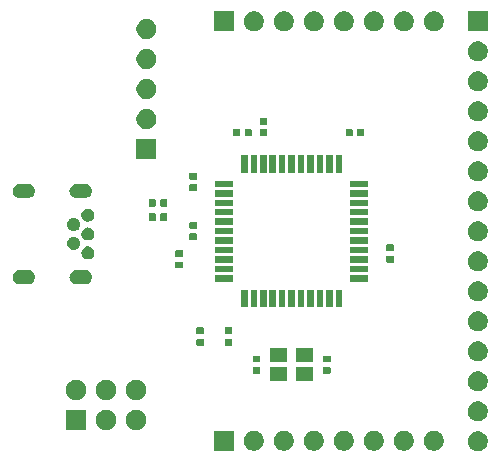
<source format=gts>
G04 #@! TF.GenerationSoftware,KiCad,Pcbnew,(5.1.5)-3*
G04 #@! TF.CreationDate,2020-07-04T22:53:46-05:00*
G04 #@! TF.ProjectId,PikateaTPM,50696b61-7465-4615-9450-4d2e6b696361,rev?*
G04 #@! TF.SameCoordinates,Original*
G04 #@! TF.FileFunction,Soldermask,Top*
G04 #@! TF.FilePolarity,Negative*
%FSLAX46Y46*%
G04 Gerber Fmt 4.6, Leading zero omitted, Abs format (unit mm)*
G04 Created by KiCad (PCBNEW (5.1.5)-3) date 2020-07-04 22:53:46*
%MOMM*%
%LPD*%
G04 APERTURE LIST*
%ADD10C,0.100000*%
G04 APERTURE END LIST*
D10*
G36*
X156497935Y-129492664D02*
G01*
X156652624Y-129556739D01*
X156652626Y-129556740D01*
X156791844Y-129649762D01*
X156910238Y-129768156D01*
X157003260Y-129907374D01*
X157003261Y-129907376D01*
X157067336Y-130062065D01*
X157100000Y-130226281D01*
X157100000Y-130393719D01*
X157067336Y-130557935D01*
X157028114Y-130652624D01*
X157003260Y-130712626D01*
X156910238Y-130851844D01*
X156791844Y-130970238D01*
X156652626Y-131063260D01*
X156652625Y-131063261D01*
X156652624Y-131063261D01*
X156497935Y-131127336D01*
X156333719Y-131160000D01*
X156166281Y-131160000D01*
X156002065Y-131127336D01*
X155847376Y-131063261D01*
X155847375Y-131063261D01*
X155847374Y-131063260D01*
X155708156Y-130970238D01*
X155589762Y-130851844D01*
X155496740Y-130712626D01*
X155471886Y-130652624D01*
X155432664Y-130557935D01*
X155400000Y-130393719D01*
X155400000Y-130226281D01*
X155432664Y-130062065D01*
X155496739Y-129907376D01*
X155496740Y-129907374D01*
X155589762Y-129768156D01*
X155708156Y-129649762D01*
X155847374Y-129556740D01*
X155847376Y-129556739D01*
X156002065Y-129492664D01*
X156166281Y-129460000D01*
X156333719Y-129460000D01*
X156497935Y-129492664D01*
G37*
G36*
X147697935Y-129432664D02*
G01*
X147852624Y-129496739D01*
X147852626Y-129496740D01*
X147991844Y-129589762D01*
X148110238Y-129708156D01*
X148150329Y-129768157D01*
X148203261Y-129847376D01*
X148267336Y-130002065D01*
X148300000Y-130166281D01*
X148300000Y-130333719D01*
X148267336Y-130497935D01*
X148242482Y-130557936D01*
X148203260Y-130652626D01*
X148110238Y-130791844D01*
X147991844Y-130910238D01*
X147852626Y-131003260D01*
X147852625Y-131003261D01*
X147852624Y-131003261D01*
X147697935Y-131067336D01*
X147533719Y-131100000D01*
X147366281Y-131100000D01*
X147202065Y-131067336D01*
X147047376Y-131003261D01*
X147047375Y-131003261D01*
X147047374Y-131003260D01*
X146908156Y-130910238D01*
X146789762Y-130791844D01*
X146696740Y-130652626D01*
X146657518Y-130557936D01*
X146632664Y-130497935D01*
X146600000Y-130333719D01*
X146600000Y-130166281D01*
X146632664Y-130002065D01*
X146696739Y-129847376D01*
X146749671Y-129768157D01*
X146789762Y-129708156D01*
X146908156Y-129589762D01*
X147047374Y-129496740D01*
X147047376Y-129496739D01*
X147202065Y-129432664D01*
X147366281Y-129400000D01*
X147533719Y-129400000D01*
X147697935Y-129432664D01*
G37*
G36*
X150237935Y-129432664D02*
G01*
X150392624Y-129496739D01*
X150392626Y-129496740D01*
X150531844Y-129589762D01*
X150650238Y-129708156D01*
X150690329Y-129768157D01*
X150743261Y-129847376D01*
X150807336Y-130002065D01*
X150840000Y-130166281D01*
X150840000Y-130333719D01*
X150807336Y-130497935D01*
X150782482Y-130557936D01*
X150743260Y-130652626D01*
X150650238Y-130791844D01*
X150531844Y-130910238D01*
X150392626Y-131003260D01*
X150392625Y-131003261D01*
X150392624Y-131003261D01*
X150237935Y-131067336D01*
X150073719Y-131100000D01*
X149906281Y-131100000D01*
X149742065Y-131067336D01*
X149587376Y-131003261D01*
X149587375Y-131003261D01*
X149587374Y-131003260D01*
X149448156Y-130910238D01*
X149329762Y-130791844D01*
X149236740Y-130652626D01*
X149197518Y-130557936D01*
X149172664Y-130497935D01*
X149140000Y-130333719D01*
X149140000Y-130166281D01*
X149172664Y-130002065D01*
X149236739Y-129847376D01*
X149289671Y-129768157D01*
X149329762Y-129708156D01*
X149448156Y-129589762D01*
X149587374Y-129496740D01*
X149587376Y-129496739D01*
X149742065Y-129432664D01*
X149906281Y-129400000D01*
X150073719Y-129400000D01*
X150237935Y-129432664D01*
G37*
G36*
X145157935Y-129432664D02*
G01*
X145312624Y-129496739D01*
X145312626Y-129496740D01*
X145451844Y-129589762D01*
X145570238Y-129708156D01*
X145610329Y-129768157D01*
X145663261Y-129847376D01*
X145727336Y-130002065D01*
X145760000Y-130166281D01*
X145760000Y-130333719D01*
X145727336Y-130497935D01*
X145702482Y-130557936D01*
X145663260Y-130652626D01*
X145570238Y-130791844D01*
X145451844Y-130910238D01*
X145312626Y-131003260D01*
X145312625Y-131003261D01*
X145312624Y-131003261D01*
X145157935Y-131067336D01*
X144993719Y-131100000D01*
X144826281Y-131100000D01*
X144662065Y-131067336D01*
X144507376Y-131003261D01*
X144507375Y-131003261D01*
X144507374Y-131003260D01*
X144368156Y-130910238D01*
X144249762Y-130791844D01*
X144156740Y-130652626D01*
X144117518Y-130557936D01*
X144092664Y-130497935D01*
X144060000Y-130333719D01*
X144060000Y-130166281D01*
X144092664Y-130002065D01*
X144156739Y-129847376D01*
X144209671Y-129768157D01*
X144249762Y-129708156D01*
X144368156Y-129589762D01*
X144507374Y-129496740D01*
X144507376Y-129496739D01*
X144662065Y-129432664D01*
X144826281Y-129400000D01*
X144993719Y-129400000D01*
X145157935Y-129432664D01*
G37*
G36*
X142617935Y-129432664D02*
G01*
X142772624Y-129496739D01*
X142772626Y-129496740D01*
X142911844Y-129589762D01*
X143030238Y-129708156D01*
X143070329Y-129768157D01*
X143123261Y-129847376D01*
X143187336Y-130002065D01*
X143220000Y-130166281D01*
X143220000Y-130333719D01*
X143187336Y-130497935D01*
X143162482Y-130557936D01*
X143123260Y-130652626D01*
X143030238Y-130791844D01*
X142911844Y-130910238D01*
X142772626Y-131003260D01*
X142772625Y-131003261D01*
X142772624Y-131003261D01*
X142617935Y-131067336D01*
X142453719Y-131100000D01*
X142286281Y-131100000D01*
X142122065Y-131067336D01*
X141967376Y-131003261D01*
X141967375Y-131003261D01*
X141967374Y-131003260D01*
X141828156Y-130910238D01*
X141709762Y-130791844D01*
X141616740Y-130652626D01*
X141577518Y-130557936D01*
X141552664Y-130497935D01*
X141520000Y-130333719D01*
X141520000Y-130166281D01*
X141552664Y-130002065D01*
X141616739Y-129847376D01*
X141669671Y-129768157D01*
X141709762Y-129708156D01*
X141828156Y-129589762D01*
X141967374Y-129496740D01*
X141967376Y-129496739D01*
X142122065Y-129432664D01*
X142286281Y-129400000D01*
X142453719Y-129400000D01*
X142617935Y-129432664D01*
G37*
G36*
X137537935Y-129432664D02*
G01*
X137692624Y-129496739D01*
X137692626Y-129496740D01*
X137831844Y-129589762D01*
X137950238Y-129708156D01*
X137990329Y-129768157D01*
X138043261Y-129847376D01*
X138107336Y-130002065D01*
X138140000Y-130166281D01*
X138140000Y-130333719D01*
X138107336Y-130497935D01*
X138082482Y-130557936D01*
X138043260Y-130652626D01*
X137950238Y-130791844D01*
X137831844Y-130910238D01*
X137692626Y-131003260D01*
X137692625Y-131003261D01*
X137692624Y-131003261D01*
X137537935Y-131067336D01*
X137373719Y-131100000D01*
X137206281Y-131100000D01*
X137042065Y-131067336D01*
X136887376Y-131003261D01*
X136887375Y-131003261D01*
X136887374Y-131003260D01*
X136748156Y-130910238D01*
X136629762Y-130791844D01*
X136536740Y-130652626D01*
X136497518Y-130557936D01*
X136472664Y-130497935D01*
X136440000Y-130333719D01*
X136440000Y-130166281D01*
X136472664Y-130002065D01*
X136536739Y-129847376D01*
X136589671Y-129768157D01*
X136629762Y-129708156D01*
X136748156Y-129589762D01*
X136887374Y-129496740D01*
X136887376Y-129496739D01*
X137042065Y-129432664D01*
X137206281Y-129400000D01*
X137373719Y-129400000D01*
X137537935Y-129432664D01*
G37*
G36*
X140077935Y-129432664D02*
G01*
X140232624Y-129496739D01*
X140232626Y-129496740D01*
X140371844Y-129589762D01*
X140490238Y-129708156D01*
X140530329Y-129768157D01*
X140583261Y-129847376D01*
X140647336Y-130002065D01*
X140680000Y-130166281D01*
X140680000Y-130333719D01*
X140647336Y-130497935D01*
X140622482Y-130557936D01*
X140583260Y-130652626D01*
X140490238Y-130791844D01*
X140371844Y-130910238D01*
X140232626Y-131003260D01*
X140232625Y-131003261D01*
X140232624Y-131003261D01*
X140077935Y-131067336D01*
X139913719Y-131100000D01*
X139746281Y-131100000D01*
X139582065Y-131067336D01*
X139427376Y-131003261D01*
X139427375Y-131003261D01*
X139427374Y-131003260D01*
X139288156Y-130910238D01*
X139169762Y-130791844D01*
X139076740Y-130652626D01*
X139037518Y-130557936D01*
X139012664Y-130497935D01*
X138980000Y-130333719D01*
X138980000Y-130166281D01*
X139012664Y-130002065D01*
X139076739Y-129847376D01*
X139129671Y-129768157D01*
X139169762Y-129708156D01*
X139288156Y-129589762D01*
X139427374Y-129496740D01*
X139427376Y-129496739D01*
X139582065Y-129432664D01*
X139746281Y-129400000D01*
X139913719Y-129400000D01*
X140077935Y-129432664D01*
G37*
G36*
X152777935Y-129432664D02*
G01*
X152932624Y-129496739D01*
X152932626Y-129496740D01*
X153071844Y-129589762D01*
X153190238Y-129708156D01*
X153230329Y-129768157D01*
X153283261Y-129847376D01*
X153347336Y-130002065D01*
X153380000Y-130166281D01*
X153380000Y-130333719D01*
X153347336Y-130497935D01*
X153322482Y-130557936D01*
X153283260Y-130652626D01*
X153190238Y-130791844D01*
X153071844Y-130910238D01*
X152932626Y-131003260D01*
X152932625Y-131003261D01*
X152932624Y-131003261D01*
X152777935Y-131067336D01*
X152613719Y-131100000D01*
X152446281Y-131100000D01*
X152282065Y-131067336D01*
X152127376Y-131003261D01*
X152127375Y-131003261D01*
X152127374Y-131003260D01*
X151988156Y-130910238D01*
X151869762Y-130791844D01*
X151776740Y-130652626D01*
X151737518Y-130557936D01*
X151712664Y-130497935D01*
X151680000Y-130333719D01*
X151680000Y-130166281D01*
X151712664Y-130002065D01*
X151776739Y-129847376D01*
X151829671Y-129768157D01*
X151869762Y-129708156D01*
X151988156Y-129589762D01*
X152127374Y-129496740D01*
X152127376Y-129496739D01*
X152282065Y-129432664D01*
X152446281Y-129400000D01*
X152613719Y-129400000D01*
X152777935Y-129432664D01*
G37*
G36*
X135600000Y-131100000D02*
G01*
X133900000Y-131100000D01*
X133900000Y-129400000D01*
X135600000Y-129400000D01*
X135600000Y-131100000D01*
G37*
G36*
X125041903Y-127669587D02*
G01*
X125199068Y-127734687D01*
X125340513Y-127829198D01*
X125460802Y-127949487D01*
X125555313Y-128090932D01*
X125620413Y-128248097D01*
X125653600Y-128414943D01*
X125653600Y-128585057D01*
X125620413Y-128751903D01*
X125555313Y-128909068D01*
X125460802Y-129050513D01*
X125340513Y-129170802D01*
X125199068Y-129265313D01*
X125041903Y-129330413D01*
X124875057Y-129363600D01*
X124704943Y-129363600D01*
X124538097Y-129330413D01*
X124380932Y-129265313D01*
X124239487Y-129170802D01*
X124119198Y-129050513D01*
X124024687Y-128909068D01*
X123959587Y-128751903D01*
X123926400Y-128585057D01*
X123926400Y-128414943D01*
X123959587Y-128248097D01*
X124024687Y-128090932D01*
X124119198Y-127949487D01*
X124239487Y-127829198D01*
X124380932Y-127734687D01*
X124538097Y-127669587D01*
X124704943Y-127636400D01*
X124875057Y-127636400D01*
X125041903Y-127669587D01*
G37*
G36*
X127581903Y-127669587D02*
G01*
X127739068Y-127734687D01*
X127880513Y-127829198D01*
X128000802Y-127949487D01*
X128095313Y-128090932D01*
X128160413Y-128248097D01*
X128193600Y-128414943D01*
X128193600Y-128585057D01*
X128160413Y-128751903D01*
X128095313Y-128909068D01*
X128000802Y-129050513D01*
X127880513Y-129170802D01*
X127739068Y-129265313D01*
X127581903Y-129330413D01*
X127415057Y-129363600D01*
X127244943Y-129363600D01*
X127078097Y-129330413D01*
X126920932Y-129265313D01*
X126779487Y-129170802D01*
X126659198Y-129050513D01*
X126564687Y-128909068D01*
X126499587Y-128751903D01*
X126466400Y-128585057D01*
X126466400Y-128414943D01*
X126499587Y-128248097D01*
X126564687Y-128090932D01*
X126659198Y-127949487D01*
X126779487Y-127829198D01*
X126920932Y-127734687D01*
X127078097Y-127669587D01*
X127244943Y-127636400D01*
X127415057Y-127636400D01*
X127581903Y-127669587D01*
G37*
G36*
X123113600Y-129363600D02*
G01*
X121386400Y-129363600D01*
X121386400Y-127636400D01*
X123113600Y-127636400D01*
X123113600Y-129363600D01*
G37*
G36*
X156497935Y-126952664D02*
G01*
X156652624Y-127016739D01*
X156652626Y-127016740D01*
X156791844Y-127109762D01*
X156910238Y-127228156D01*
X157003260Y-127367374D01*
X157003261Y-127367376D01*
X157067336Y-127522065D01*
X157100000Y-127686281D01*
X157100000Y-127853719D01*
X157067336Y-128017935D01*
X157037099Y-128090932D01*
X157003260Y-128172626D01*
X156910238Y-128311844D01*
X156791844Y-128430238D01*
X156652626Y-128523260D01*
X156652625Y-128523261D01*
X156652624Y-128523261D01*
X156497935Y-128587336D01*
X156333719Y-128620000D01*
X156166281Y-128620000D01*
X156002065Y-128587336D01*
X155847376Y-128523261D01*
X155847375Y-128523261D01*
X155847374Y-128523260D01*
X155708156Y-128430238D01*
X155589762Y-128311844D01*
X155496740Y-128172626D01*
X155462901Y-128090932D01*
X155432664Y-128017935D01*
X155400000Y-127853719D01*
X155400000Y-127686281D01*
X155432664Y-127522065D01*
X155496739Y-127367376D01*
X155496740Y-127367374D01*
X155589762Y-127228156D01*
X155708156Y-127109762D01*
X155847374Y-127016740D01*
X155847376Y-127016739D01*
X156002065Y-126952664D01*
X156166281Y-126920000D01*
X156333719Y-126920000D01*
X156497935Y-126952664D01*
G37*
G36*
X125041903Y-125129587D02*
G01*
X125199068Y-125194687D01*
X125340513Y-125289198D01*
X125460802Y-125409487D01*
X125555313Y-125550932D01*
X125620413Y-125708097D01*
X125653600Y-125874943D01*
X125653600Y-126045057D01*
X125620413Y-126211903D01*
X125555313Y-126369068D01*
X125460802Y-126510513D01*
X125340513Y-126630802D01*
X125199068Y-126725313D01*
X125041903Y-126790413D01*
X124875057Y-126823600D01*
X124704943Y-126823600D01*
X124538097Y-126790413D01*
X124380932Y-126725313D01*
X124239487Y-126630802D01*
X124119198Y-126510513D01*
X124024687Y-126369068D01*
X123959587Y-126211903D01*
X123926400Y-126045057D01*
X123926400Y-125874943D01*
X123959587Y-125708097D01*
X124024687Y-125550932D01*
X124119198Y-125409487D01*
X124239487Y-125289198D01*
X124380932Y-125194687D01*
X124538097Y-125129587D01*
X124704943Y-125096400D01*
X124875057Y-125096400D01*
X125041903Y-125129587D01*
G37*
G36*
X122501903Y-125129587D02*
G01*
X122659068Y-125194687D01*
X122800513Y-125289198D01*
X122920802Y-125409487D01*
X123015313Y-125550932D01*
X123080413Y-125708097D01*
X123113600Y-125874943D01*
X123113600Y-126045057D01*
X123080413Y-126211903D01*
X123015313Y-126369068D01*
X122920802Y-126510513D01*
X122800513Y-126630802D01*
X122659068Y-126725313D01*
X122501903Y-126790413D01*
X122335057Y-126823600D01*
X122164943Y-126823600D01*
X121998097Y-126790413D01*
X121840932Y-126725313D01*
X121699487Y-126630802D01*
X121579198Y-126510513D01*
X121484687Y-126369068D01*
X121419587Y-126211903D01*
X121386400Y-126045057D01*
X121386400Y-125874943D01*
X121419587Y-125708097D01*
X121484687Y-125550932D01*
X121579198Y-125409487D01*
X121699487Y-125289198D01*
X121840932Y-125194687D01*
X121998097Y-125129587D01*
X122164943Y-125096400D01*
X122335057Y-125096400D01*
X122501903Y-125129587D01*
G37*
G36*
X127581903Y-125129587D02*
G01*
X127739068Y-125194687D01*
X127880513Y-125289198D01*
X128000802Y-125409487D01*
X128095313Y-125550932D01*
X128160413Y-125708097D01*
X128193600Y-125874943D01*
X128193600Y-126045057D01*
X128160413Y-126211903D01*
X128095313Y-126369068D01*
X128000802Y-126510513D01*
X127880513Y-126630802D01*
X127739068Y-126725313D01*
X127581903Y-126790413D01*
X127415057Y-126823600D01*
X127244943Y-126823600D01*
X127078097Y-126790413D01*
X126920932Y-126725313D01*
X126779487Y-126630802D01*
X126659198Y-126510513D01*
X126564687Y-126369068D01*
X126499587Y-126211903D01*
X126466400Y-126045057D01*
X126466400Y-125874943D01*
X126499587Y-125708097D01*
X126564687Y-125550932D01*
X126659198Y-125409487D01*
X126779487Y-125289198D01*
X126920932Y-125194687D01*
X127078097Y-125129587D01*
X127244943Y-125096400D01*
X127415057Y-125096400D01*
X127581903Y-125129587D01*
G37*
G36*
X156497935Y-124412664D02*
G01*
X156652624Y-124476739D01*
X156652626Y-124476740D01*
X156791844Y-124569762D01*
X156910238Y-124688156D01*
X157003260Y-124827374D01*
X157003261Y-124827376D01*
X157067336Y-124982065D01*
X157100000Y-125146281D01*
X157100000Y-125313719D01*
X157067336Y-125477935D01*
X157037099Y-125550932D01*
X157003260Y-125632626D01*
X156910238Y-125771844D01*
X156791844Y-125890238D01*
X156652626Y-125983260D01*
X156652625Y-125983261D01*
X156652624Y-125983261D01*
X156497935Y-126047336D01*
X156333719Y-126080000D01*
X156166281Y-126080000D01*
X156002065Y-126047336D01*
X155847376Y-125983261D01*
X155847375Y-125983261D01*
X155847374Y-125983260D01*
X155708156Y-125890238D01*
X155589762Y-125771844D01*
X155496740Y-125632626D01*
X155462901Y-125550932D01*
X155432664Y-125477935D01*
X155400000Y-125313719D01*
X155400000Y-125146281D01*
X155432664Y-124982065D01*
X155496739Y-124827376D01*
X155496740Y-124827374D01*
X155589762Y-124688156D01*
X155708156Y-124569762D01*
X155847374Y-124476740D01*
X155847376Y-124476739D01*
X156002065Y-124412664D01*
X156166281Y-124380000D01*
X156333719Y-124380000D01*
X156497935Y-124412664D01*
G37*
G36*
X142293868Y-125225104D02*
G01*
X140893868Y-125225104D01*
X140893868Y-124025104D01*
X142293868Y-124025104D01*
X142293868Y-125225104D01*
G37*
G36*
X140093868Y-125225104D02*
G01*
X138693868Y-125225104D01*
X138693868Y-124025104D01*
X140093868Y-124025104D01*
X140093868Y-125225104D01*
G37*
G36*
X137768766Y-124017330D02*
G01*
X137784602Y-124022134D01*
X137799189Y-124029931D01*
X137811980Y-124040427D01*
X137822476Y-124053218D01*
X137830273Y-124067805D01*
X137835077Y-124083641D01*
X137837303Y-124106244D01*
X137837303Y-124513964D01*
X137835077Y-124536567D01*
X137830273Y-124552403D01*
X137822476Y-124566990D01*
X137811980Y-124579781D01*
X137799189Y-124590277D01*
X137784602Y-124598074D01*
X137768766Y-124602878D01*
X137746163Y-124605104D01*
X137288443Y-124605104D01*
X137265840Y-124602878D01*
X137250004Y-124598074D01*
X137235417Y-124590277D01*
X137222626Y-124579781D01*
X137212130Y-124566990D01*
X137204333Y-124552403D01*
X137199529Y-124536567D01*
X137197303Y-124513964D01*
X137197303Y-124106244D01*
X137199529Y-124083641D01*
X137204333Y-124067805D01*
X137212130Y-124053218D01*
X137222626Y-124040427D01*
X137235417Y-124029931D01*
X137250004Y-124022134D01*
X137265840Y-124017330D01*
X137288443Y-124015104D01*
X137746163Y-124015104D01*
X137768766Y-124017330D01*
G37*
G36*
X143721896Y-124017330D02*
G01*
X143737732Y-124022134D01*
X143752319Y-124029931D01*
X143765110Y-124040427D01*
X143775606Y-124053218D01*
X143783403Y-124067805D01*
X143788207Y-124083641D01*
X143790433Y-124106244D01*
X143790433Y-124513964D01*
X143788207Y-124536567D01*
X143783403Y-124552403D01*
X143775606Y-124566990D01*
X143765110Y-124579781D01*
X143752319Y-124590277D01*
X143737732Y-124598074D01*
X143721896Y-124602878D01*
X143699293Y-124605104D01*
X143241573Y-124605104D01*
X143218970Y-124602878D01*
X143203134Y-124598074D01*
X143188547Y-124590277D01*
X143175756Y-124579781D01*
X143165260Y-124566990D01*
X143157463Y-124552403D01*
X143152659Y-124536567D01*
X143150433Y-124513964D01*
X143150433Y-124106244D01*
X143152659Y-124083641D01*
X143157463Y-124067805D01*
X143165260Y-124053218D01*
X143175756Y-124040427D01*
X143188547Y-124029931D01*
X143203134Y-124022134D01*
X143218970Y-124017330D01*
X143241573Y-124015104D01*
X143699293Y-124015104D01*
X143721896Y-124017330D01*
G37*
G36*
X137768766Y-123047330D02*
G01*
X137784602Y-123052134D01*
X137799189Y-123059931D01*
X137811980Y-123070427D01*
X137822476Y-123083218D01*
X137830273Y-123097805D01*
X137835077Y-123113641D01*
X137837303Y-123136244D01*
X137837303Y-123543964D01*
X137835077Y-123566567D01*
X137830273Y-123582403D01*
X137822476Y-123596990D01*
X137811980Y-123609781D01*
X137799189Y-123620277D01*
X137784602Y-123628074D01*
X137768766Y-123632878D01*
X137746163Y-123635104D01*
X137288443Y-123635104D01*
X137265840Y-123632878D01*
X137250004Y-123628074D01*
X137235417Y-123620277D01*
X137222626Y-123609781D01*
X137212130Y-123596990D01*
X137204333Y-123582403D01*
X137199529Y-123566567D01*
X137197303Y-123543964D01*
X137197303Y-123136244D01*
X137199529Y-123113641D01*
X137204333Y-123097805D01*
X137212130Y-123083218D01*
X137222626Y-123070427D01*
X137235417Y-123059931D01*
X137250004Y-123052134D01*
X137265840Y-123047330D01*
X137288443Y-123045104D01*
X137746163Y-123045104D01*
X137768766Y-123047330D01*
G37*
G36*
X143721896Y-123047330D02*
G01*
X143737732Y-123052134D01*
X143752319Y-123059931D01*
X143765110Y-123070427D01*
X143775606Y-123083218D01*
X143783403Y-123097805D01*
X143788207Y-123113641D01*
X143790433Y-123136244D01*
X143790433Y-123543964D01*
X143788207Y-123566567D01*
X143783403Y-123582403D01*
X143775606Y-123596990D01*
X143765110Y-123609781D01*
X143752319Y-123620277D01*
X143737732Y-123628074D01*
X143721896Y-123632878D01*
X143699293Y-123635104D01*
X143241573Y-123635104D01*
X143218970Y-123632878D01*
X143203134Y-123628074D01*
X143188547Y-123620277D01*
X143175756Y-123609781D01*
X143165260Y-123596990D01*
X143157463Y-123582403D01*
X143152659Y-123566567D01*
X143150433Y-123543964D01*
X143150433Y-123136244D01*
X143152659Y-123113641D01*
X143157463Y-123097805D01*
X143165260Y-123083218D01*
X143175756Y-123070427D01*
X143188547Y-123059931D01*
X143203134Y-123052134D01*
X143218970Y-123047330D01*
X143241573Y-123045104D01*
X143699293Y-123045104D01*
X143721896Y-123047330D01*
G37*
G36*
X140093868Y-123625104D02*
G01*
X138693868Y-123625104D01*
X138693868Y-122425104D01*
X140093868Y-122425104D01*
X140093868Y-123625104D01*
G37*
G36*
X142293868Y-123625104D02*
G01*
X140893868Y-123625104D01*
X140893868Y-122425104D01*
X142293868Y-122425104D01*
X142293868Y-123625104D01*
G37*
G36*
X156497935Y-121872664D02*
G01*
X156652624Y-121936739D01*
X156652626Y-121936740D01*
X156791844Y-122029762D01*
X156910238Y-122148156D01*
X156960816Y-122223852D01*
X157003261Y-122287376D01*
X157067336Y-122442065D01*
X157100000Y-122606281D01*
X157100000Y-122773719D01*
X157067336Y-122937935D01*
X157003261Y-123092624D01*
X157003260Y-123092626D01*
X156910238Y-123231844D01*
X156791844Y-123350238D01*
X156652626Y-123443260D01*
X156652625Y-123443261D01*
X156652624Y-123443261D01*
X156497935Y-123507336D01*
X156333719Y-123540000D01*
X156166281Y-123540000D01*
X156002065Y-123507336D01*
X155847376Y-123443261D01*
X155847375Y-123443261D01*
X155847374Y-123443260D01*
X155708156Y-123350238D01*
X155589762Y-123231844D01*
X155496740Y-123092626D01*
X155496739Y-123092624D01*
X155432664Y-122937935D01*
X155400000Y-122773719D01*
X155400000Y-122606281D01*
X155432664Y-122442065D01*
X155496739Y-122287376D01*
X155539184Y-122223852D01*
X155589762Y-122148156D01*
X155708156Y-122029762D01*
X155847374Y-121936740D01*
X155847376Y-121936739D01*
X156002065Y-121872664D01*
X156166281Y-121840000D01*
X156333719Y-121840000D01*
X156497935Y-121872664D01*
G37*
G36*
X135387514Y-121636078D02*
G01*
X135403350Y-121640882D01*
X135417937Y-121648679D01*
X135430728Y-121659175D01*
X135441224Y-121671966D01*
X135449021Y-121686553D01*
X135453825Y-121702389D01*
X135456051Y-121724992D01*
X135456051Y-122132712D01*
X135453825Y-122155315D01*
X135449021Y-122171151D01*
X135441224Y-122185738D01*
X135430728Y-122198529D01*
X135417937Y-122209025D01*
X135403350Y-122216822D01*
X135387514Y-122221626D01*
X135364911Y-122223852D01*
X134907191Y-122223852D01*
X134884588Y-122221626D01*
X134868752Y-122216822D01*
X134854165Y-122209025D01*
X134841374Y-122198529D01*
X134830878Y-122185738D01*
X134823081Y-122171151D01*
X134818277Y-122155315D01*
X134816051Y-122132712D01*
X134816051Y-121724992D01*
X134818277Y-121702389D01*
X134823081Y-121686553D01*
X134830878Y-121671966D01*
X134841374Y-121659175D01*
X134854165Y-121648679D01*
X134868752Y-121640882D01*
X134884588Y-121636078D01*
X134907191Y-121633852D01*
X135364911Y-121633852D01*
X135387514Y-121636078D01*
G37*
G36*
X133006262Y-121636078D02*
G01*
X133022098Y-121640882D01*
X133036685Y-121648679D01*
X133049476Y-121659175D01*
X133059972Y-121671966D01*
X133067769Y-121686553D01*
X133072573Y-121702389D01*
X133074799Y-121724992D01*
X133074799Y-122132712D01*
X133072573Y-122155315D01*
X133067769Y-122171151D01*
X133059972Y-122185738D01*
X133049476Y-122198529D01*
X133036685Y-122209025D01*
X133022098Y-122216822D01*
X133006262Y-122221626D01*
X132983659Y-122223852D01*
X132525939Y-122223852D01*
X132503336Y-122221626D01*
X132487500Y-122216822D01*
X132472913Y-122209025D01*
X132460122Y-122198529D01*
X132449626Y-122185738D01*
X132441829Y-122171151D01*
X132437025Y-122155315D01*
X132434799Y-122132712D01*
X132434799Y-121724992D01*
X132437025Y-121702389D01*
X132441829Y-121686553D01*
X132449626Y-121671966D01*
X132460122Y-121659175D01*
X132472913Y-121648679D01*
X132487500Y-121640882D01*
X132503336Y-121636078D01*
X132525939Y-121633852D01*
X132983659Y-121633852D01*
X133006262Y-121636078D01*
G37*
G36*
X135387514Y-120666078D02*
G01*
X135403350Y-120670882D01*
X135417937Y-120678679D01*
X135430728Y-120689175D01*
X135441224Y-120701966D01*
X135449021Y-120716553D01*
X135453825Y-120732389D01*
X135456051Y-120754992D01*
X135456051Y-121162712D01*
X135453825Y-121185315D01*
X135449021Y-121201151D01*
X135441224Y-121215738D01*
X135430728Y-121228529D01*
X135417937Y-121239025D01*
X135403350Y-121246822D01*
X135387514Y-121251626D01*
X135364911Y-121253852D01*
X134907191Y-121253852D01*
X134884588Y-121251626D01*
X134868752Y-121246822D01*
X134854165Y-121239025D01*
X134841374Y-121228529D01*
X134830878Y-121215738D01*
X134823081Y-121201151D01*
X134818277Y-121185315D01*
X134816051Y-121162712D01*
X134816051Y-120754992D01*
X134818277Y-120732389D01*
X134823081Y-120716553D01*
X134830878Y-120701966D01*
X134841374Y-120689175D01*
X134854165Y-120678679D01*
X134868752Y-120670882D01*
X134884588Y-120666078D01*
X134907191Y-120663852D01*
X135364911Y-120663852D01*
X135387514Y-120666078D01*
G37*
G36*
X133006262Y-120666078D02*
G01*
X133022098Y-120670882D01*
X133036685Y-120678679D01*
X133049476Y-120689175D01*
X133059972Y-120701966D01*
X133067769Y-120716553D01*
X133072573Y-120732389D01*
X133074799Y-120754992D01*
X133074799Y-121162712D01*
X133072573Y-121185315D01*
X133067769Y-121201151D01*
X133059972Y-121215738D01*
X133049476Y-121228529D01*
X133036685Y-121239025D01*
X133022098Y-121246822D01*
X133006262Y-121251626D01*
X132983659Y-121253852D01*
X132525939Y-121253852D01*
X132503336Y-121251626D01*
X132487500Y-121246822D01*
X132472913Y-121239025D01*
X132460122Y-121228529D01*
X132449626Y-121215738D01*
X132441829Y-121201151D01*
X132437025Y-121185315D01*
X132434799Y-121162712D01*
X132434799Y-120754992D01*
X132437025Y-120732389D01*
X132441829Y-120716553D01*
X132449626Y-120701966D01*
X132460122Y-120689175D01*
X132472913Y-120678679D01*
X132487500Y-120670882D01*
X132503336Y-120666078D01*
X132525939Y-120663852D01*
X132983659Y-120663852D01*
X133006262Y-120666078D01*
G37*
G36*
X156497935Y-119332664D02*
G01*
X156652624Y-119396739D01*
X156652626Y-119396740D01*
X156791844Y-119489762D01*
X156910238Y-119608156D01*
X157003260Y-119747374D01*
X157003261Y-119747376D01*
X157067336Y-119902065D01*
X157100000Y-120066281D01*
X157100000Y-120233719D01*
X157067336Y-120397935D01*
X157003261Y-120552624D01*
X157003260Y-120552626D01*
X156910238Y-120691844D01*
X156791844Y-120810238D01*
X156652626Y-120903260D01*
X156652625Y-120903261D01*
X156652624Y-120903261D01*
X156497935Y-120967336D01*
X156333719Y-121000000D01*
X156166281Y-121000000D01*
X156002065Y-120967336D01*
X155847376Y-120903261D01*
X155847375Y-120903261D01*
X155847374Y-120903260D01*
X155708156Y-120810238D01*
X155589762Y-120691844D01*
X155496740Y-120552626D01*
X155496739Y-120552624D01*
X155432664Y-120397935D01*
X155400000Y-120233719D01*
X155400000Y-120066281D01*
X155432664Y-119902065D01*
X155496739Y-119747376D01*
X155496740Y-119747374D01*
X155589762Y-119608156D01*
X155708156Y-119489762D01*
X155847374Y-119396740D01*
X155847376Y-119396739D01*
X156002065Y-119332664D01*
X156166281Y-119300000D01*
X156333719Y-119300000D01*
X156497935Y-119332664D01*
G37*
G36*
X143168868Y-118964157D02*
G01*
X142618868Y-118964157D01*
X142618868Y-117464157D01*
X143168868Y-117464157D01*
X143168868Y-118964157D01*
G37*
G36*
X143968868Y-118964157D02*
G01*
X143418868Y-118964157D01*
X143418868Y-117464157D01*
X143968868Y-117464157D01*
X143968868Y-118964157D01*
G37*
G36*
X140768868Y-118964157D02*
G01*
X140218868Y-118964157D01*
X140218868Y-117464157D01*
X140768868Y-117464157D01*
X140768868Y-118964157D01*
G37*
G36*
X138368868Y-118964157D02*
G01*
X137818868Y-118964157D01*
X137818868Y-117464157D01*
X138368868Y-117464157D01*
X138368868Y-118964157D01*
G37*
G36*
X141568868Y-118964157D02*
G01*
X141018868Y-118964157D01*
X141018868Y-117464157D01*
X141568868Y-117464157D01*
X141568868Y-118964157D01*
G37*
G36*
X139168868Y-118964157D02*
G01*
X138618868Y-118964157D01*
X138618868Y-117464157D01*
X139168868Y-117464157D01*
X139168868Y-118964157D01*
G37*
G36*
X137568868Y-118964157D02*
G01*
X137018868Y-118964157D01*
X137018868Y-117464157D01*
X137568868Y-117464157D01*
X137568868Y-118964157D01*
G37*
G36*
X142368868Y-118964157D02*
G01*
X141818868Y-118964157D01*
X141818868Y-117464157D01*
X142368868Y-117464157D01*
X142368868Y-118964157D01*
G37*
G36*
X144768868Y-118964157D02*
G01*
X144218868Y-118964157D01*
X144218868Y-117464157D01*
X144768868Y-117464157D01*
X144768868Y-118964157D01*
G37*
G36*
X139968868Y-118964157D02*
G01*
X139418868Y-118964157D01*
X139418868Y-117464157D01*
X139968868Y-117464157D01*
X139968868Y-118964157D01*
G37*
G36*
X136768868Y-118964157D02*
G01*
X136218868Y-118964157D01*
X136218868Y-117464157D01*
X136768868Y-117464157D01*
X136768868Y-118964157D01*
G37*
G36*
X156497935Y-116792664D02*
G01*
X156652624Y-116856739D01*
X156652626Y-116856740D01*
X156791844Y-116949762D01*
X156910238Y-117068156D01*
X157003260Y-117207374D01*
X157003261Y-117207376D01*
X157067336Y-117362065D01*
X157100000Y-117526281D01*
X157100000Y-117693719D01*
X157067336Y-117857935D01*
X157003261Y-118012624D01*
X157003260Y-118012626D01*
X156910238Y-118151844D01*
X156791844Y-118270238D01*
X156652626Y-118363260D01*
X156652625Y-118363261D01*
X156652624Y-118363261D01*
X156497935Y-118427336D01*
X156333719Y-118460000D01*
X156166281Y-118460000D01*
X156002065Y-118427336D01*
X155847376Y-118363261D01*
X155847375Y-118363261D01*
X155847374Y-118363260D01*
X155708156Y-118270238D01*
X155589762Y-118151844D01*
X155496740Y-118012626D01*
X155496739Y-118012624D01*
X155432664Y-117857935D01*
X155400000Y-117693719D01*
X155400000Y-117526281D01*
X155432664Y-117362065D01*
X155496739Y-117207376D01*
X155496740Y-117207374D01*
X155589762Y-117068156D01*
X155708156Y-116949762D01*
X155847374Y-116856740D01*
X155847376Y-116856739D01*
X156002065Y-116792664D01*
X156166281Y-116760000D01*
X156333719Y-116760000D01*
X156497935Y-116792664D01*
G37*
G36*
X118282099Y-115808682D02*
G01*
X118395199Y-115842990D01*
X118499433Y-115898704D01*
X118590795Y-115973683D01*
X118665774Y-116065045D01*
X118721488Y-116169279D01*
X118755796Y-116282379D01*
X118767381Y-116400000D01*
X118755796Y-116517621D01*
X118721488Y-116630721D01*
X118665774Y-116734955D01*
X118590795Y-116826317D01*
X118499433Y-116901296D01*
X118395199Y-116957010D01*
X118282099Y-116991318D01*
X118193952Y-117000000D01*
X117435004Y-117000000D01*
X117346857Y-116991318D01*
X117233757Y-116957010D01*
X117129523Y-116901296D01*
X117038161Y-116826317D01*
X116963182Y-116734955D01*
X116907468Y-116630721D01*
X116873160Y-116517621D01*
X116861575Y-116400000D01*
X116873160Y-116282379D01*
X116907468Y-116169279D01*
X116963182Y-116065045D01*
X117038161Y-115973683D01*
X117129523Y-115898704D01*
X117233757Y-115842990D01*
X117346857Y-115808682D01*
X117435004Y-115800000D01*
X118193952Y-115800000D01*
X118282099Y-115808682D01*
G37*
G36*
X123102099Y-115808682D02*
G01*
X123215199Y-115842990D01*
X123319433Y-115898704D01*
X123410795Y-115973683D01*
X123485774Y-116065045D01*
X123541488Y-116169279D01*
X123575796Y-116282379D01*
X123587381Y-116400000D01*
X123575796Y-116517621D01*
X123541488Y-116630721D01*
X123485774Y-116734955D01*
X123410795Y-116826317D01*
X123319433Y-116901296D01*
X123215199Y-116957010D01*
X123102099Y-116991318D01*
X123013952Y-117000000D01*
X122255004Y-117000000D01*
X122166857Y-116991318D01*
X122053757Y-116957010D01*
X121949523Y-116901296D01*
X121858161Y-116826317D01*
X121783182Y-116734955D01*
X121727468Y-116630721D01*
X121693160Y-116517621D01*
X121681575Y-116400000D01*
X121693160Y-116282379D01*
X121727468Y-116169279D01*
X121783182Y-116065045D01*
X121858161Y-115973683D01*
X121949523Y-115898704D01*
X122053757Y-115842990D01*
X122166857Y-115808682D01*
X122255004Y-115800000D01*
X123013952Y-115800000D01*
X123102099Y-115808682D01*
G37*
G36*
X135543868Y-116789157D02*
G01*
X134043868Y-116789157D01*
X134043868Y-116239157D01*
X135543868Y-116239157D01*
X135543868Y-116789157D01*
G37*
G36*
X146943868Y-116789157D02*
G01*
X145443868Y-116789157D01*
X145443868Y-116239157D01*
X146943868Y-116239157D01*
X146943868Y-116789157D01*
G37*
G36*
X135543868Y-115989157D02*
G01*
X134043868Y-115989157D01*
X134043868Y-115439157D01*
X135543868Y-115439157D01*
X135543868Y-115989157D01*
G37*
G36*
X146943868Y-115989157D02*
G01*
X145443868Y-115989157D01*
X145443868Y-115439157D01*
X146943868Y-115439157D01*
X146943868Y-115989157D01*
G37*
G36*
X156497935Y-114252664D02*
G01*
X156652624Y-114316739D01*
X156652626Y-114316740D01*
X156791844Y-114409762D01*
X156910238Y-114528156D01*
X157003207Y-114667295D01*
X157003261Y-114667376D01*
X157067336Y-114822065D01*
X157100000Y-114986281D01*
X157100000Y-115153719D01*
X157067336Y-115317935D01*
X157003261Y-115472624D01*
X157003260Y-115472626D01*
X156910238Y-115611844D01*
X156791844Y-115730238D01*
X156652626Y-115823260D01*
X156652625Y-115823261D01*
X156652624Y-115823261D01*
X156497935Y-115887336D01*
X156333719Y-115920000D01*
X156166281Y-115920000D01*
X156002065Y-115887336D01*
X155847376Y-115823261D01*
X155847375Y-115823261D01*
X155847374Y-115823260D01*
X155708156Y-115730238D01*
X155589762Y-115611844D01*
X155496740Y-115472626D01*
X155496739Y-115472624D01*
X155432664Y-115317935D01*
X155400000Y-115153719D01*
X155400000Y-114986281D01*
X155432664Y-114822065D01*
X155496739Y-114667376D01*
X155496793Y-114667295D01*
X155589762Y-114528156D01*
X155708156Y-114409762D01*
X155847374Y-114316740D01*
X155847376Y-114316739D01*
X156002065Y-114252664D01*
X156166281Y-114220000D01*
X156333719Y-114220000D01*
X156497935Y-114252664D01*
G37*
G36*
X131220323Y-115087635D02*
G01*
X131236159Y-115092439D01*
X131250746Y-115100236D01*
X131263537Y-115110732D01*
X131274033Y-115123523D01*
X131281830Y-115138110D01*
X131286634Y-115153946D01*
X131288860Y-115176549D01*
X131288860Y-115584269D01*
X131286634Y-115606872D01*
X131281830Y-115622708D01*
X131274033Y-115637295D01*
X131263537Y-115650086D01*
X131250746Y-115660582D01*
X131236159Y-115668379D01*
X131220323Y-115673183D01*
X131197720Y-115675409D01*
X130740000Y-115675409D01*
X130717397Y-115673183D01*
X130701561Y-115668379D01*
X130686974Y-115660582D01*
X130674183Y-115650086D01*
X130663687Y-115637295D01*
X130655890Y-115622708D01*
X130651086Y-115606872D01*
X130648860Y-115584269D01*
X130648860Y-115176549D01*
X130651086Y-115153946D01*
X130655890Y-115138110D01*
X130663687Y-115123523D01*
X130674183Y-115110732D01*
X130686974Y-115100236D01*
X130701561Y-115092439D01*
X130717397Y-115087635D01*
X130740000Y-115085409D01*
X131197720Y-115085409D01*
X131220323Y-115087635D01*
G37*
G36*
X149079713Y-114602635D02*
G01*
X149095549Y-114607439D01*
X149110136Y-114615236D01*
X149122927Y-114625732D01*
X149133423Y-114638523D01*
X149141220Y-114653110D01*
X149146024Y-114668946D01*
X149148250Y-114691549D01*
X149148250Y-115099269D01*
X149146024Y-115121872D01*
X149141220Y-115137708D01*
X149133423Y-115152295D01*
X149122927Y-115165086D01*
X149110136Y-115175582D01*
X149095549Y-115183379D01*
X149079713Y-115188183D01*
X149057110Y-115190409D01*
X148599390Y-115190409D01*
X148576787Y-115188183D01*
X148560951Y-115183379D01*
X148546364Y-115175582D01*
X148533573Y-115165086D01*
X148523077Y-115152295D01*
X148515280Y-115137708D01*
X148510476Y-115121872D01*
X148508250Y-115099269D01*
X148508250Y-114691549D01*
X148510476Y-114668946D01*
X148515280Y-114653110D01*
X148523077Y-114638523D01*
X148533573Y-114625732D01*
X148546364Y-114615236D01*
X148560951Y-114607439D01*
X148576787Y-114602635D01*
X148599390Y-114600409D01*
X149057110Y-114600409D01*
X149079713Y-114602635D01*
G37*
G36*
X146943868Y-115189157D02*
G01*
X145443868Y-115189157D01*
X145443868Y-114639157D01*
X146943868Y-114639157D01*
X146943868Y-115189157D01*
G37*
G36*
X135543868Y-115189157D02*
G01*
X134043868Y-115189157D01*
X134043868Y-114639157D01*
X135543868Y-114639157D01*
X135543868Y-115189157D01*
G37*
G36*
X123359487Y-113814091D02*
G01*
X123394907Y-113821136D01*
X123438413Y-113839157D01*
X123495002Y-113862597D01*
X123585080Y-113922785D01*
X123661693Y-113999398D01*
X123721881Y-114089476D01*
X123738364Y-114129269D01*
X123763342Y-114189571D01*
X123784478Y-114295830D01*
X123784478Y-114404170D01*
X123763342Y-114510429D01*
X123743675Y-114557909D01*
X123721881Y-114610524D01*
X123661693Y-114700602D01*
X123585080Y-114777215D01*
X123495002Y-114837403D01*
X123444954Y-114858133D01*
X123394907Y-114878864D01*
X123359487Y-114885909D01*
X123288650Y-114900000D01*
X123180306Y-114900000D01*
X123109469Y-114885909D01*
X123074049Y-114878864D01*
X123024002Y-114858133D01*
X122973954Y-114837403D01*
X122883876Y-114777215D01*
X122807263Y-114700602D01*
X122747075Y-114610524D01*
X122725281Y-114557909D01*
X122705614Y-114510429D01*
X122684478Y-114404170D01*
X122684478Y-114295830D01*
X122705614Y-114189571D01*
X122730592Y-114129269D01*
X122747075Y-114089476D01*
X122807263Y-113999398D01*
X122883876Y-113922785D01*
X122973954Y-113862597D01*
X123030543Y-113839157D01*
X123074049Y-113821136D01*
X123109469Y-113814091D01*
X123180306Y-113800000D01*
X123288650Y-113800000D01*
X123359487Y-113814091D01*
G37*
G36*
X131220323Y-114117635D02*
G01*
X131236159Y-114122439D01*
X131250746Y-114130236D01*
X131263537Y-114140732D01*
X131274033Y-114153523D01*
X131281830Y-114168110D01*
X131286634Y-114183946D01*
X131288860Y-114206549D01*
X131288860Y-114614269D01*
X131286634Y-114636872D01*
X131281830Y-114652708D01*
X131274033Y-114667295D01*
X131263537Y-114680086D01*
X131250746Y-114690582D01*
X131236159Y-114698379D01*
X131220323Y-114703183D01*
X131197720Y-114705409D01*
X130740000Y-114705409D01*
X130717397Y-114703183D01*
X130701561Y-114698379D01*
X130686974Y-114690582D01*
X130674183Y-114680086D01*
X130663687Y-114667295D01*
X130655890Y-114652708D01*
X130651086Y-114636872D01*
X130648860Y-114614269D01*
X130648860Y-114206549D01*
X130651086Y-114183946D01*
X130655890Y-114168110D01*
X130663687Y-114153523D01*
X130674183Y-114140732D01*
X130686974Y-114130236D01*
X130701561Y-114122439D01*
X130717397Y-114117635D01*
X130740000Y-114115409D01*
X131197720Y-114115409D01*
X131220323Y-114117635D01*
G37*
G36*
X146943868Y-114389157D02*
G01*
X145443868Y-114389157D01*
X145443868Y-113839157D01*
X146943868Y-113839157D01*
X146943868Y-114389157D01*
G37*
G36*
X135543868Y-114389157D02*
G01*
X134043868Y-114389157D01*
X134043868Y-113839157D01*
X135543868Y-113839157D01*
X135543868Y-114389157D01*
G37*
G36*
X149079713Y-113632635D02*
G01*
X149095549Y-113637439D01*
X149110136Y-113645236D01*
X149122927Y-113655732D01*
X149133423Y-113668523D01*
X149141220Y-113683110D01*
X149146024Y-113698946D01*
X149148250Y-113721549D01*
X149148250Y-114129269D01*
X149146024Y-114151872D01*
X149141220Y-114167708D01*
X149133423Y-114182295D01*
X149122927Y-114195086D01*
X149110136Y-114205582D01*
X149095549Y-114213379D01*
X149079713Y-114218183D01*
X149057110Y-114220409D01*
X148599390Y-114220409D01*
X148576787Y-114218183D01*
X148560951Y-114213379D01*
X148546364Y-114205582D01*
X148533573Y-114195086D01*
X148523077Y-114182295D01*
X148515280Y-114167708D01*
X148510476Y-114151872D01*
X148508250Y-114129269D01*
X148508250Y-113721549D01*
X148510476Y-113698946D01*
X148515280Y-113683110D01*
X148523077Y-113668523D01*
X148533573Y-113655732D01*
X148546364Y-113645236D01*
X148560951Y-113637439D01*
X148576787Y-113632635D01*
X148599390Y-113630409D01*
X149057110Y-113630409D01*
X149079713Y-113632635D01*
G37*
G36*
X122159487Y-113014091D02*
G01*
X122194907Y-113021136D01*
X122238413Y-113039157D01*
X122295002Y-113062597D01*
X122385080Y-113122785D01*
X122461693Y-113199398D01*
X122521881Y-113289476D01*
X122563342Y-113389572D01*
X122584478Y-113495828D01*
X122584478Y-113604172D01*
X122563342Y-113710428D01*
X122521881Y-113810524D01*
X122461693Y-113900602D01*
X122385080Y-113977215D01*
X122295002Y-114037403D01*
X122244954Y-114058133D01*
X122194907Y-114078864D01*
X122159487Y-114085909D01*
X122088650Y-114100000D01*
X121980306Y-114100000D01*
X121909469Y-114085909D01*
X121874049Y-114078864D01*
X121824002Y-114058133D01*
X121773954Y-114037403D01*
X121683876Y-113977215D01*
X121607263Y-113900602D01*
X121547075Y-113810524D01*
X121505614Y-113710428D01*
X121484478Y-113604172D01*
X121484478Y-113495828D01*
X121505614Y-113389572D01*
X121547075Y-113289476D01*
X121607263Y-113199398D01*
X121683876Y-113122785D01*
X121773954Y-113062597D01*
X121830543Y-113039157D01*
X121874049Y-113021136D01*
X121909469Y-113014091D01*
X121980306Y-113000000D01*
X122088650Y-113000000D01*
X122159487Y-113014091D01*
G37*
G36*
X135543868Y-113589157D02*
G01*
X134043868Y-113589157D01*
X134043868Y-113039157D01*
X135543868Y-113039157D01*
X135543868Y-113589157D01*
G37*
G36*
X146943868Y-113589157D02*
G01*
X145443868Y-113589157D01*
X145443868Y-113039157D01*
X146943868Y-113039157D01*
X146943868Y-113589157D01*
G37*
G36*
X156497935Y-111712664D02*
G01*
X156641837Y-111772271D01*
X156652626Y-111776740D01*
X156791844Y-111869762D01*
X156910238Y-111988156D01*
X157003260Y-112127374D01*
X157003261Y-112127376D01*
X157067336Y-112282065D01*
X157100000Y-112446281D01*
X157100000Y-112613719D01*
X157067336Y-112777935D01*
X157003261Y-112932624D01*
X157003260Y-112932626D01*
X156910238Y-113071844D01*
X156791844Y-113190238D01*
X156652626Y-113283260D01*
X156652625Y-113283261D01*
X156652624Y-113283261D01*
X156497935Y-113347336D01*
X156333719Y-113380000D01*
X156166281Y-113380000D01*
X156002065Y-113347336D01*
X155847376Y-113283261D01*
X155847375Y-113283261D01*
X155847374Y-113283260D01*
X155708156Y-113190238D01*
X155589762Y-113071844D01*
X155496740Y-112932626D01*
X155496739Y-112932624D01*
X155432664Y-112777935D01*
X155400000Y-112613719D01*
X155400000Y-112446281D01*
X155432664Y-112282065D01*
X155496739Y-112127376D01*
X155496740Y-112127374D01*
X155589762Y-111988156D01*
X155708156Y-111869762D01*
X155847374Y-111776740D01*
X155858163Y-111772271D01*
X156002065Y-111712664D01*
X156166281Y-111680000D01*
X156333719Y-111680000D01*
X156497935Y-111712664D01*
G37*
G36*
X123359487Y-112214091D02*
G01*
X123394907Y-112221136D01*
X123423797Y-112233103D01*
X123495002Y-112262597D01*
X123585080Y-112322785D01*
X123661693Y-112399398D01*
X123721881Y-112489476D01*
X123721881Y-112489477D01*
X123763342Y-112589571D01*
X123784478Y-112695830D01*
X123784478Y-112804170D01*
X123763342Y-112910429D01*
X123742611Y-112960476D01*
X123721881Y-113010524D01*
X123661693Y-113100602D01*
X123585080Y-113177215D01*
X123495002Y-113237403D01*
X123462284Y-113250955D01*
X123394907Y-113278864D01*
X123359487Y-113285909D01*
X123288650Y-113300000D01*
X123180306Y-113300000D01*
X123109469Y-113285909D01*
X123074049Y-113278864D01*
X123006672Y-113250955D01*
X122973954Y-113237403D01*
X122883876Y-113177215D01*
X122807263Y-113100602D01*
X122747075Y-113010524D01*
X122726345Y-112960476D01*
X122705614Y-112910429D01*
X122684478Y-112804170D01*
X122684478Y-112695830D01*
X122705614Y-112589571D01*
X122747075Y-112489477D01*
X122747075Y-112489476D01*
X122807263Y-112399398D01*
X122883876Y-112322785D01*
X122973954Y-112262597D01*
X123045159Y-112233103D01*
X123074049Y-112221136D01*
X123109469Y-112214091D01*
X123180306Y-112200000D01*
X123288650Y-112200000D01*
X123359487Y-112214091D01*
G37*
G36*
X132410949Y-112706383D02*
G01*
X132426785Y-112711187D01*
X132441372Y-112718984D01*
X132454163Y-112729480D01*
X132464659Y-112742271D01*
X132472456Y-112756858D01*
X132477260Y-112772694D01*
X132479486Y-112795297D01*
X132479486Y-113203017D01*
X132477260Y-113225620D01*
X132472456Y-113241456D01*
X132464659Y-113256043D01*
X132454163Y-113268834D01*
X132441372Y-113279330D01*
X132426785Y-113287127D01*
X132410949Y-113291931D01*
X132388346Y-113294157D01*
X131930626Y-113294157D01*
X131908023Y-113291931D01*
X131892187Y-113287127D01*
X131877600Y-113279330D01*
X131864809Y-113268834D01*
X131854313Y-113256043D01*
X131846516Y-113241456D01*
X131841712Y-113225620D01*
X131839486Y-113203017D01*
X131839486Y-112795297D01*
X131841712Y-112772694D01*
X131846516Y-112756858D01*
X131854313Y-112742271D01*
X131864809Y-112729480D01*
X131877600Y-112718984D01*
X131892187Y-112711187D01*
X131908023Y-112706383D01*
X131930626Y-112704157D01*
X132388346Y-112704157D01*
X132410949Y-112706383D01*
G37*
G36*
X146943868Y-112789157D02*
G01*
X145443868Y-112789157D01*
X145443868Y-112239157D01*
X146943868Y-112239157D01*
X146943868Y-112789157D01*
G37*
G36*
X135543868Y-112789157D02*
G01*
X134043868Y-112789157D01*
X134043868Y-112239157D01*
X135543868Y-112239157D01*
X135543868Y-112789157D01*
G37*
G36*
X122159487Y-111414091D02*
G01*
X122194907Y-111421136D01*
X122238413Y-111439157D01*
X122295002Y-111462597D01*
X122385080Y-111522785D01*
X122461693Y-111599398D01*
X122521881Y-111689476D01*
X122521881Y-111689477D01*
X122558284Y-111777359D01*
X122563342Y-111789572D01*
X122584478Y-111895828D01*
X122584478Y-112004172D01*
X122563342Y-112110428D01*
X122521881Y-112210524D01*
X122461693Y-112300602D01*
X122385080Y-112377215D01*
X122295002Y-112437403D01*
X122273566Y-112446282D01*
X122194907Y-112478864D01*
X122159487Y-112485909D01*
X122088650Y-112500000D01*
X121980306Y-112500000D01*
X121909469Y-112485909D01*
X121874049Y-112478864D01*
X121795390Y-112446282D01*
X121773954Y-112437403D01*
X121683876Y-112377215D01*
X121607263Y-112300602D01*
X121547075Y-112210524D01*
X121505614Y-112110428D01*
X121484478Y-112004172D01*
X121484478Y-111895828D01*
X121505614Y-111789572D01*
X121510673Y-111777359D01*
X121547075Y-111689477D01*
X121547075Y-111689476D01*
X121607263Y-111599398D01*
X121683876Y-111522785D01*
X121773954Y-111462597D01*
X121830543Y-111439157D01*
X121874049Y-111421136D01*
X121909469Y-111414091D01*
X121980306Y-111400000D01*
X122088650Y-111400000D01*
X122159487Y-111414091D01*
G37*
G36*
X132410949Y-111736383D02*
G01*
X132426785Y-111741187D01*
X132441372Y-111748984D01*
X132454163Y-111759480D01*
X132464659Y-111772271D01*
X132472456Y-111786858D01*
X132477260Y-111802694D01*
X132479486Y-111825297D01*
X132479486Y-112233017D01*
X132477260Y-112255620D01*
X132472456Y-112271456D01*
X132464659Y-112286043D01*
X132454163Y-112298834D01*
X132441372Y-112309330D01*
X132426785Y-112317127D01*
X132410949Y-112321931D01*
X132388346Y-112324157D01*
X131930626Y-112324157D01*
X131908023Y-112321931D01*
X131892187Y-112317127D01*
X131877600Y-112309330D01*
X131864809Y-112298834D01*
X131854313Y-112286043D01*
X131846516Y-112271456D01*
X131841712Y-112255620D01*
X131839486Y-112233017D01*
X131839486Y-111825297D01*
X131841712Y-111802694D01*
X131846516Y-111786858D01*
X131854313Y-111772271D01*
X131864809Y-111759480D01*
X131877600Y-111748984D01*
X131892187Y-111741187D01*
X131908023Y-111736383D01*
X131930626Y-111734157D01*
X132388346Y-111734157D01*
X132410949Y-111736383D01*
G37*
G36*
X146943868Y-111989157D02*
G01*
X145443868Y-111989157D01*
X145443868Y-111439157D01*
X146943868Y-111439157D01*
X146943868Y-111989157D01*
G37*
G36*
X135543868Y-111989157D02*
G01*
X134043868Y-111989157D01*
X134043868Y-111439157D01*
X135543868Y-111439157D01*
X135543868Y-111989157D01*
G37*
G36*
X123359487Y-110614091D02*
G01*
X123394907Y-110621136D01*
X123438413Y-110639157D01*
X123495002Y-110662597D01*
X123585080Y-110722785D01*
X123661693Y-110799398D01*
X123721881Y-110889476D01*
X123721881Y-110889477D01*
X123763342Y-110989571D01*
X123766682Y-111006365D01*
X123784478Y-111095828D01*
X123784478Y-111204172D01*
X123763342Y-111310428D01*
X123721881Y-111410524D01*
X123661693Y-111500602D01*
X123585080Y-111577215D01*
X123495002Y-111637403D01*
X123444954Y-111658134D01*
X123394907Y-111678864D01*
X123359487Y-111685909D01*
X123288650Y-111700000D01*
X123180306Y-111700000D01*
X123109469Y-111685909D01*
X123074049Y-111678864D01*
X123024002Y-111658134D01*
X122973954Y-111637403D01*
X122883876Y-111577215D01*
X122807263Y-111500602D01*
X122747075Y-111410524D01*
X122705614Y-111310428D01*
X122684478Y-111204172D01*
X122684478Y-111095828D01*
X122702274Y-111006365D01*
X122705614Y-110989571D01*
X122747075Y-110889477D01*
X122747075Y-110889476D01*
X122807263Y-110799398D01*
X122883876Y-110722785D01*
X122973954Y-110662597D01*
X123030543Y-110639157D01*
X123074049Y-110621136D01*
X123109469Y-110614091D01*
X123180306Y-110600000D01*
X123288650Y-110600000D01*
X123359487Y-110614091D01*
G37*
G36*
X129894384Y-111005757D02*
G01*
X129910220Y-111010561D01*
X129924807Y-111018358D01*
X129937598Y-111028854D01*
X129948094Y-111041645D01*
X129955891Y-111056232D01*
X129960695Y-111072068D01*
X129962921Y-111094671D01*
X129962921Y-111552391D01*
X129960695Y-111574994D01*
X129955891Y-111590830D01*
X129948094Y-111605417D01*
X129937598Y-111618208D01*
X129924807Y-111628704D01*
X129910220Y-111636501D01*
X129894384Y-111641305D01*
X129871781Y-111643531D01*
X129464061Y-111643531D01*
X129441458Y-111641305D01*
X129425622Y-111636501D01*
X129411035Y-111628704D01*
X129398244Y-111618208D01*
X129387748Y-111605417D01*
X129379951Y-111590830D01*
X129375147Y-111574994D01*
X129372921Y-111552391D01*
X129372921Y-111094671D01*
X129375147Y-111072068D01*
X129379951Y-111056232D01*
X129387748Y-111041645D01*
X129398244Y-111028854D01*
X129411035Y-111018358D01*
X129425622Y-111010561D01*
X129441458Y-111005757D01*
X129464061Y-111003531D01*
X129871781Y-111003531D01*
X129894384Y-111005757D01*
G37*
G36*
X128924384Y-111005757D02*
G01*
X128940220Y-111010561D01*
X128954807Y-111018358D01*
X128967598Y-111028854D01*
X128978094Y-111041645D01*
X128985891Y-111056232D01*
X128990695Y-111072068D01*
X128992921Y-111094671D01*
X128992921Y-111552391D01*
X128990695Y-111574994D01*
X128985891Y-111590830D01*
X128978094Y-111605417D01*
X128967598Y-111618208D01*
X128954807Y-111628704D01*
X128940220Y-111636501D01*
X128924384Y-111641305D01*
X128901781Y-111643531D01*
X128494061Y-111643531D01*
X128471458Y-111641305D01*
X128455622Y-111636501D01*
X128441035Y-111628704D01*
X128428244Y-111618208D01*
X128417748Y-111605417D01*
X128409951Y-111590830D01*
X128405147Y-111574994D01*
X128402921Y-111552391D01*
X128402921Y-111094671D01*
X128405147Y-111072068D01*
X128409951Y-111056232D01*
X128417748Y-111041645D01*
X128428244Y-111028854D01*
X128441035Y-111018358D01*
X128455622Y-111010561D01*
X128471458Y-111005757D01*
X128494061Y-111003531D01*
X128901781Y-111003531D01*
X128924384Y-111005757D01*
G37*
G36*
X135543868Y-111189157D02*
G01*
X134043868Y-111189157D01*
X134043868Y-110639157D01*
X135543868Y-110639157D01*
X135543868Y-111189157D01*
G37*
G36*
X146943868Y-111189157D02*
G01*
X145443868Y-111189157D01*
X145443868Y-110639157D01*
X146943868Y-110639157D01*
X146943868Y-111189157D01*
G37*
G36*
X156497935Y-109172664D02*
G01*
X156652624Y-109236739D01*
X156652626Y-109236740D01*
X156791844Y-109329762D01*
X156910238Y-109448156D01*
X156962463Y-109526317D01*
X157003261Y-109587376D01*
X157067336Y-109742065D01*
X157100000Y-109906281D01*
X157100000Y-110073719D01*
X157067336Y-110237935D01*
X157006681Y-110384368D01*
X157003260Y-110392626D01*
X156910238Y-110531844D01*
X156791844Y-110650238D01*
X156652626Y-110743260D01*
X156652625Y-110743261D01*
X156652624Y-110743261D01*
X156497935Y-110807336D01*
X156333719Y-110840000D01*
X156166281Y-110840000D01*
X156002065Y-110807336D01*
X155847376Y-110743261D01*
X155847375Y-110743261D01*
X155847374Y-110743260D01*
X155708156Y-110650238D01*
X155589762Y-110531844D01*
X155496740Y-110392626D01*
X155493319Y-110384368D01*
X155432664Y-110237935D01*
X155400000Y-110073719D01*
X155400000Y-109906281D01*
X155432664Y-109742065D01*
X155496739Y-109587376D01*
X155537537Y-109526317D01*
X155589762Y-109448156D01*
X155708156Y-109329762D01*
X155847374Y-109236740D01*
X155847376Y-109236739D01*
X156002065Y-109172664D01*
X156166281Y-109140000D01*
X156333719Y-109140000D01*
X156497935Y-109172664D01*
G37*
G36*
X128924384Y-109815131D02*
G01*
X128940220Y-109819935D01*
X128954807Y-109827732D01*
X128967598Y-109838228D01*
X128978094Y-109851019D01*
X128985891Y-109865606D01*
X128990695Y-109881442D01*
X128992921Y-109904045D01*
X128992921Y-110361765D01*
X128990695Y-110384368D01*
X128985891Y-110400204D01*
X128978094Y-110414791D01*
X128967598Y-110427582D01*
X128954807Y-110438078D01*
X128940220Y-110445875D01*
X128924384Y-110450679D01*
X128901781Y-110452905D01*
X128494061Y-110452905D01*
X128471458Y-110450679D01*
X128455622Y-110445875D01*
X128441035Y-110438078D01*
X128428244Y-110427582D01*
X128417748Y-110414791D01*
X128409951Y-110400204D01*
X128405147Y-110384368D01*
X128402921Y-110361765D01*
X128402921Y-109904045D01*
X128405147Y-109881442D01*
X128409951Y-109865606D01*
X128417748Y-109851019D01*
X128428244Y-109838228D01*
X128441035Y-109827732D01*
X128455622Y-109819935D01*
X128471458Y-109815131D01*
X128494061Y-109812905D01*
X128901781Y-109812905D01*
X128924384Y-109815131D01*
G37*
G36*
X129894384Y-109815131D02*
G01*
X129910220Y-109819935D01*
X129924807Y-109827732D01*
X129937598Y-109838228D01*
X129948094Y-109851019D01*
X129955891Y-109865606D01*
X129960695Y-109881442D01*
X129962921Y-109904045D01*
X129962921Y-110361765D01*
X129960695Y-110384368D01*
X129955891Y-110400204D01*
X129948094Y-110414791D01*
X129937598Y-110427582D01*
X129924807Y-110438078D01*
X129910220Y-110445875D01*
X129894384Y-110450679D01*
X129871781Y-110452905D01*
X129464061Y-110452905D01*
X129441458Y-110450679D01*
X129425622Y-110445875D01*
X129411035Y-110438078D01*
X129398244Y-110427582D01*
X129387748Y-110414791D01*
X129379951Y-110400204D01*
X129375147Y-110384368D01*
X129372921Y-110361765D01*
X129372921Y-109904045D01*
X129375147Y-109881442D01*
X129379951Y-109865606D01*
X129387748Y-109851019D01*
X129398244Y-109838228D01*
X129411035Y-109827732D01*
X129425622Y-109819935D01*
X129441458Y-109815131D01*
X129464061Y-109812905D01*
X129871781Y-109812905D01*
X129894384Y-109815131D01*
G37*
G36*
X146943868Y-110389157D02*
G01*
X145443868Y-110389157D01*
X145443868Y-109839157D01*
X146943868Y-109839157D01*
X146943868Y-110389157D01*
G37*
G36*
X135543868Y-110389157D02*
G01*
X134043868Y-110389157D01*
X134043868Y-109839157D01*
X135543868Y-109839157D01*
X135543868Y-110389157D01*
G37*
G36*
X118282099Y-108508682D02*
G01*
X118395199Y-108542990D01*
X118499433Y-108598704D01*
X118590795Y-108673683D01*
X118665774Y-108765045D01*
X118721488Y-108869279D01*
X118755796Y-108982379D01*
X118767381Y-109100000D01*
X118755796Y-109217621D01*
X118721488Y-109330721D01*
X118665774Y-109434955D01*
X118590795Y-109526317D01*
X118499433Y-109601296D01*
X118395199Y-109657010D01*
X118282099Y-109691318D01*
X118193952Y-109700000D01*
X117435004Y-109700000D01*
X117346857Y-109691318D01*
X117233757Y-109657010D01*
X117129523Y-109601296D01*
X117038161Y-109526317D01*
X116963182Y-109434955D01*
X116907468Y-109330721D01*
X116873160Y-109217621D01*
X116861575Y-109100000D01*
X116873160Y-108982379D01*
X116907468Y-108869279D01*
X116963182Y-108765045D01*
X117038161Y-108673683D01*
X117129523Y-108598704D01*
X117233757Y-108542990D01*
X117346857Y-108508682D01*
X117435004Y-108500000D01*
X118193952Y-108500000D01*
X118282099Y-108508682D01*
G37*
G36*
X123102099Y-108508682D02*
G01*
X123215199Y-108542990D01*
X123319433Y-108598704D01*
X123410795Y-108673683D01*
X123485774Y-108765045D01*
X123541488Y-108869279D01*
X123575796Y-108982379D01*
X123587381Y-109100000D01*
X123575796Y-109217621D01*
X123541488Y-109330721D01*
X123485774Y-109434955D01*
X123410795Y-109526317D01*
X123319433Y-109601296D01*
X123215199Y-109657010D01*
X123102099Y-109691318D01*
X123013952Y-109700000D01*
X122255004Y-109700000D01*
X122166857Y-109691318D01*
X122053757Y-109657010D01*
X121949523Y-109601296D01*
X121858161Y-109526317D01*
X121783182Y-109434955D01*
X121727468Y-109330721D01*
X121693160Y-109217621D01*
X121681575Y-109100000D01*
X121693160Y-108982379D01*
X121727468Y-108869279D01*
X121783182Y-108765045D01*
X121858161Y-108673683D01*
X121949523Y-108598704D01*
X122053757Y-108542990D01*
X122166857Y-108508682D01*
X122255004Y-108500000D01*
X123013952Y-108500000D01*
X123102099Y-108508682D01*
G37*
G36*
X135543868Y-109589157D02*
G01*
X134043868Y-109589157D01*
X134043868Y-109039157D01*
X135543868Y-109039157D01*
X135543868Y-109589157D01*
G37*
G36*
X146943868Y-109589157D02*
G01*
X145443868Y-109589157D01*
X145443868Y-109039157D01*
X146943868Y-109039157D01*
X146943868Y-109589157D01*
G37*
G36*
X132410949Y-108539192D02*
G01*
X132426785Y-108543996D01*
X132441372Y-108551793D01*
X132454163Y-108562289D01*
X132464659Y-108575080D01*
X132472456Y-108589667D01*
X132477260Y-108605503D01*
X132479486Y-108628106D01*
X132479486Y-109035826D01*
X132477260Y-109058429D01*
X132472456Y-109074265D01*
X132464659Y-109088852D01*
X132454163Y-109101643D01*
X132441372Y-109112139D01*
X132426785Y-109119936D01*
X132410949Y-109124740D01*
X132388346Y-109126966D01*
X131930626Y-109126966D01*
X131908023Y-109124740D01*
X131892187Y-109119936D01*
X131877600Y-109112139D01*
X131864809Y-109101643D01*
X131854313Y-109088852D01*
X131846516Y-109074265D01*
X131841712Y-109058429D01*
X131839486Y-109035826D01*
X131839486Y-108628106D01*
X131841712Y-108605503D01*
X131846516Y-108589667D01*
X131854313Y-108575080D01*
X131864809Y-108562289D01*
X131877600Y-108551793D01*
X131892187Y-108543996D01*
X131908023Y-108539192D01*
X131930626Y-108536966D01*
X132388346Y-108536966D01*
X132410949Y-108539192D01*
G37*
G36*
X135543868Y-108789157D02*
G01*
X134043868Y-108789157D01*
X134043868Y-108239157D01*
X135543868Y-108239157D01*
X135543868Y-108789157D01*
G37*
G36*
X146943868Y-108789157D02*
G01*
X145443868Y-108789157D01*
X145443868Y-108239157D01*
X146943868Y-108239157D01*
X146943868Y-108789157D01*
G37*
G36*
X156497935Y-106632664D02*
G01*
X156652624Y-106696739D01*
X156652626Y-106696740D01*
X156791844Y-106789762D01*
X156910238Y-106908156D01*
X157003260Y-107047374D01*
X157003261Y-107047376D01*
X157067336Y-107202065D01*
X157100000Y-107366281D01*
X157100000Y-107533719D01*
X157067336Y-107697935D01*
X157003261Y-107852624D01*
X157003260Y-107852626D01*
X156910238Y-107991844D01*
X156791844Y-108110238D01*
X156652626Y-108203260D01*
X156652625Y-108203261D01*
X156652624Y-108203261D01*
X156497935Y-108267336D01*
X156333719Y-108300000D01*
X156166281Y-108300000D01*
X156002065Y-108267336D01*
X155847376Y-108203261D01*
X155847375Y-108203261D01*
X155847374Y-108203260D01*
X155708156Y-108110238D01*
X155589762Y-107991844D01*
X155496740Y-107852626D01*
X155496739Y-107852624D01*
X155432664Y-107697935D01*
X155400000Y-107533719D01*
X155400000Y-107366281D01*
X155432664Y-107202065D01*
X155496739Y-107047376D01*
X155496740Y-107047374D01*
X155589762Y-106908156D01*
X155708156Y-106789762D01*
X155847374Y-106696740D01*
X155847376Y-106696739D01*
X156002065Y-106632664D01*
X156166281Y-106600000D01*
X156333719Y-106600000D01*
X156497935Y-106632664D01*
G37*
G36*
X132410949Y-107569192D02*
G01*
X132426785Y-107573996D01*
X132441372Y-107581793D01*
X132454163Y-107592289D01*
X132464659Y-107605080D01*
X132472456Y-107619667D01*
X132477260Y-107635503D01*
X132479486Y-107658106D01*
X132479486Y-108065826D01*
X132477260Y-108088429D01*
X132472456Y-108104265D01*
X132464659Y-108118852D01*
X132454163Y-108131643D01*
X132441372Y-108142139D01*
X132426785Y-108149936D01*
X132410949Y-108154740D01*
X132388346Y-108156966D01*
X131930626Y-108156966D01*
X131908023Y-108154740D01*
X131892187Y-108149936D01*
X131877600Y-108142139D01*
X131864809Y-108131643D01*
X131854313Y-108118852D01*
X131846516Y-108104265D01*
X131841712Y-108088429D01*
X131839486Y-108065826D01*
X131839486Y-107658106D01*
X131841712Y-107635503D01*
X131846516Y-107619667D01*
X131854313Y-107605080D01*
X131864809Y-107592289D01*
X131877600Y-107581793D01*
X131892187Y-107573996D01*
X131908023Y-107569192D01*
X131930626Y-107566966D01*
X132388346Y-107566966D01*
X132410949Y-107569192D01*
G37*
G36*
X141568868Y-107564157D02*
G01*
X141018868Y-107564157D01*
X141018868Y-106064157D01*
X141568868Y-106064157D01*
X141568868Y-107564157D01*
G37*
G36*
X142368868Y-107564157D02*
G01*
X141818868Y-107564157D01*
X141818868Y-106064157D01*
X142368868Y-106064157D01*
X142368868Y-107564157D01*
G37*
G36*
X143168868Y-107564157D02*
G01*
X142618868Y-107564157D01*
X142618868Y-106064157D01*
X143168868Y-106064157D01*
X143168868Y-107564157D01*
G37*
G36*
X143968868Y-107564157D02*
G01*
X143418868Y-107564157D01*
X143418868Y-106064157D01*
X143968868Y-106064157D01*
X143968868Y-107564157D01*
G37*
G36*
X139168868Y-107564157D02*
G01*
X138618868Y-107564157D01*
X138618868Y-106064157D01*
X139168868Y-106064157D01*
X139168868Y-107564157D01*
G37*
G36*
X144768868Y-107564157D02*
G01*
X144218868Y-107564157D01*
X144218868Y-106064157D01*
X144768868Y-106064157D01*
X144768868Y-107564157D01*
G37*
G36*
X138368868Y-107564157D02*
G01*
X137818868Y-107564157D01*
X137818868Y-106064157D01*
X138368868Y-106064157D01*
X138368868Y-107564157D01*
G37*
G36*
X137568868Y-107564157D02*
G01*
X137018868Y-107564157D01*
X137018868Y-106064157D01*
X137568868Y-106064157D01*
X137568868Y-107564157D01*
G37*
G36*
X136768868Y-107564157D02*
G01*
X136218868Y-107564157D01*
X136218868Y-106064157D01*
X136768868Y-106064157D01*
X136768868Y-107564157D01*
G37*
G36*
X140768868Y-107564157D02*
G01*
X140218868Y-107564157D01*
X140218868Y-106064157D01*
X140768868Y-106064157D01*
X140768868Y-107564157D01*
G37*
G36*
X139968868Y-107564157D02*
G01*
X139418868Y-107564157D01*
X139418868Y-106064157D01*
X139968868Y-106064157D01*
X139968868Y-107564157D01*
G37*
G36*
X129050000Y-106410000D02*
G01*
X127350000Y-106410000D01*
X127350000Y-104710000D01*
X129050000Y-104710000D01*
X129050000Y-106410000D01*
G37*
G36*
X156497935Y-104092664D02*
G01*
X156652624Y-104156739D01*
X156652626Y-104156740D01*
X156791844Y-104249762D01*
X156910238Y-104368156D01*
X157003260Y-104507374D01*
X157003261Y-104507376D01*
X157067336Y-104662065D01*
X157100000Y-104826281D01*
X157100000Y-104993719D01*
X157067336Y-105157935D01*
X157003261Y-105312624D01*
X157003260Y-105312626D01*
X156910238Y-105451844D01*
X156791844Y-105570238D01*
X156652626Y-105663260D01*
X156652625Y-105663261D01*
X156652624Y-105663261D01*
X156497935Y-105727336D01*
X156333719Y-105760000D01*
X156166281Y-105760000D01*
X156002065Y-105727336D01*
X155847376Y-105663261D01*
X155847375Y-105663261D01*
X155847374Y-105663260D01*
X155708156Y-105570238D01*
X155589762Y-105451844D01*
X155496740Y-105312626D01*
X155496739Y-105312624D01*
X155432664Y-105157935D01*
X155400000Y-104993719D01*
X155400000Y-104826281D01*
X155432664Y-104662065D01*
X155496739Y-104507376D01*
X155496740Y-104507374D01*
X155589762Y-104368156D01*
X155708156Y-104249762D01*
X155847374Y-104156740D01*
X155847376Y-104156739D01*
X156002065Y-104092664D01*
X156166281Y-104060000D01*
X156333719Y-104060000D01*
X156497935Y-104092664D01*
G37*
G36*
X146563148Y-103862001D02*
G01*
X146578984Y-103866805D01*
X146593571Y-103874602D01*
X146606362Y-103885098D01*
X146616858Y-103897889D01*
X146624655Y-103912476D01*
X146629459Y-103928312D01*
X146631685Y-103950915D01*
X146631685Y-104408635D01*
X146629459Y-104431238D01*
X146624655Y-104447074D01*
X146616858Y-104461661D01*
X146606362Y-104474452D01*
X146593571Y-104484948D01*
X146578984Y-104492745D01*
X146563148Y-104497549D01*
X146540545Y-104499775D01*
X146132825Y-104499775D01*
X146110222Y-104497549D01*
X146094386Y-104492745D01*
X146079799Y-104484948D01*
X146067008Y-104474452D01*
X146056512Y-104461661D01*
X146048715Y-104447074D01*
X146043911Y-104431238D01*
X146041685Y-104408635D01*
X146041685Y-103950915D01*
X146043911Y-103928312D01*
X146048715Y-103912476D01*
X146056512Y-103897889D01*
X146067008Y-103885098D01*
X146079799Y-103874602D01*
X146094386Y-103866805D01*
X146110222Y-103862001D01*
X146132825Y-103859775D01*
X146540545Y-103859775D01*
X146563148Y-103862001D01*
G37*
G36*
X145593148Y-103862001D02*
G01*
X145608984Y-103866805D01*
X145623571Y-103874602D01*
X145636362Y-103885098D01*
X145646858Y-103897889D01*
X145654655Y-103912476D01*
X145659459Y-103928312D01*
X145661685Y-103950915D01*
X145661685Y-104408635D01*
X145659459Y-104431238D01*
X145654655Y-104447074D01*
X145646858Y-104461661D01*
X145636362Y-104474452D01*
X145623571Y-104484948D01*
X145608984Y-104492745D01*
X145593148Y-104497549D01*
X145570545Y-104499775D01*
X145162825Y-104499775D01*
X145140222Y-104497549D01*
X145124386Y-104492745D01*
X145109799Y-104484948D01*
X145097008Y-104474452D01*
X145086512Y-104461661D01*
X145078715Y-104447074D01*
X145073911Y-104431238D01*
X145071685Y-104408635D01*
X145071685Y-103950915D01*
X145073911Y-103928312D01*
X145078715Y-103912476D01*
X145086512Y-103897889D01*
X145097008Y-103885098D01*
X145109799Y-103874602D01*
X145124386Y-103866805D01*
X145140222Y-103862001D01*
X145162825Y-103859775D01*
X145570545Y-103859775D01*
X145593148Y-103862001D01*
G37*
G36*
X136068140Y-103862001D02*
G01*
X136083976Y-103866805D01*
X136098563Y-103874602D01*
X136111354Y-103885098D01*
X136121850Y-103897889D01*
X136129647Y-103912476D01*
X136134451Y-103928312D01*
X136136677Y-103950915D01*
X136136677Y-104408635D01*
X136134451Y-104431238D01*
X136129647Y-104447074D01*
X136121850Y-104461661D01*
X136111354Y-104474452D01*
X136098563Y-104484948D01*
X136083976Y-104492745D01*
X136068140Y-104497549D01*
X136045537Y-104499775D01*
X135637817Y-104499775D01*
X135615214Y-104497549D01*
X135599378Y-104492745D01*
X135584791Y-104484948D01*
X135572000Y-104474452D01*
X135561504Y-104461661D01*
X135553707Y-104447074D01*
X135548903Y-104431238D01*
X135546677Y-104408635D01*
X135546677Y-103950915D01*
X135548903Y-103928312D01*
X135553707Y-103912476D01*
X135561504Y-103897889D01*
X135572000Y-103885098D01*
X135584791Y-103874602D01*
X135599378Y-103866805D01*
X135615214Y-103862001D01*
X135637817Y-103859775D01*
X136045537Y-103859775D01*
X136068140Y-103862001D01*
G37*
G36*
X137038140Y-103862001D02*
G01*
X137053976Y-103866805D01*
X137068563Y-103874602D01*
X137081354Y-103885098D01*
X137091850Y-103897889D01*
X137099647Y-103912476D01*
X137104451Y-103928312D01*
X137106677Y-103950915D01*
X137106677Y-104408635D01*
X137104451Y-104431238D01*
X137099647Y-104447074D01*
X137091850Y-104461661D01*
X137081354Y-104474452D01*
X137068563Y-104484948D01*
X137053976Y-104492745D01*
X137038140Y-104497549D01*
X137015537Y-104499775D01*
X136607817Y-104499775D01*
X136585214Y-104497549D01*
X136569378Y-104492745D01*
X136554791Y-104484948D01*
X136542000Y-104474452D01*
X136531504Y-104461661D01*
X136523707Y-104447074D01*
X136518903Y-104431238D01*
X136516677Y-104408635D01*
X136516677Y-103950915D01*
X136518903Y-103928312D01*
X136523707Y-103912476D01*
X136531504Y-103897889D01*
X136542000Y-103885098D01*
X136554791Y-103874602D01*
X136569378Y-103866805D01*
X136585214Y-103862001D01*
X136607817Y-103859775D01*
X137015537Y-103859775D01*
X137038140Y-103862001D01*
G37*
G36*
X138364079Y-103887001D02*
G01*
X138379915Y-103891805D01*
X138394502Y-103899602D01*
X138407293Y-103910098D01*
X138417789Y-103922889D01*
X138425586Y-103937476D01*
X138430390Y-103953312D01*
X138432616Y-103975915D01*
X138432616Y-104383635D01*
X138430390Y-104406238D01*
X138425586Y-104422074D01*
X138417789Y-104436661D01*
X138407293Y-104449452D01*
X138394502Y-104459948D01*
X138379915Y-104467745D01*
X138364079Y-104472549D01*
X138341476Y-104474775D01*
X137883756Y-104474775D01*
X137861153Y-104472549D01*
X137845317Y-104467745D01*
X137830730Y-104459948D01*
X137817939Y-104449452D01*
X137807443Y-104436661D01*
X137799646Y-104422074D01*
X137794842Y-104406238D01*
X137792616Y-104383635D01*
X137792616Y-103975915D01*
X137794842Y-103953312D01*
X137799646Y-103937476D01*
X137807443Y-103922889D01*
X137817939Y-103910098D01*
X137830730Y-103899602D01*
X137845317Y-103891805D01*
X137861153Y-103887001D01*
X137883756Y-103884775D01*
X138341476Y-103884775D01*
X138364079Y-103887001D01*
G37*
G36*
X128447935Y-102202664D02*
G01*
X128602624Y-102266739D01*
X128602626Y-102266740D01*
X128741844Y-102359762D01*
X128860238Y-102478156D01*
X128953260Y-102617374D01*
X128953261Y-102617376D01*
X129017336Y-102772065D01*
X129050000Y-102936281D01*
X129050000Y-103103719D01*
X129017336Y-103267935D01*
X128968410Y-103386051D01*
X128953260Y-103422626D01*
X128860238Y-103561844D01*
X128741844Y-103680238D01*
X128602626Y-103773260D01*
X128602625Y-103773261D01*
X128602624Y-103773261D01*
X128447935Y-103837336D01*
X128283719Y-103870000D01*
X128116281Y-103870000D01*
X127952065Y-103837336D01*
X127797376Y-103773261D01*
X127797375Y-103773261D01*
X127797374Y-103773260D01*
X127658156Y-103680238D01*
X127539762Y-103561844D01*
X127446740Y-103422626D01*
X127431590Y-103386051D01*
X127382664Y-103267935D01*
X127350000Y-103103719D01*
X127350000Y-102936281D01*
X127382664Y-102772065D01*
X127446739Y-102617376D01*
X127446740Y-102617374D01*
X127539762Y-102478156D01*
X127658156Y-102359762D01*
X127797374Y-102266740D01*
X127797376Y-102266739D01*
X127952065Y-102202664D01*
X128116281Y-102170000D01*
X128283719Y-102170000D01*
X128447935Y-102202664D01*
G37*
G36*
X138364079Y-102917001D02*
G01*
X138379915Y-102921805D01*
X138394502Y-102929602D01*
X138407293Y-102940098D01*
X138417789Y-102952889D01*
X138425586Y-102967476D01*
X138430390Y-102983312D01*
X138432616Y-103005915D01*
X138432616Y-103413635D01*
X138430390Y-103436238D01*
X138425586Y-103452074D01*
X138417789Y-103466661D01*
X138407293Y-103479452D01*
X138394502Y-103489948D01*
X138379915Y-103497745D01*
X138364079Y-103502549D01*
X138341476Y-103504775D01*
X137883756Y-103504775D01*
X137861153Y-103502549D01*
X137845317Y-103497745D01*
X137830730Y-103489948D01*
X137817939Y-103479452D01*
X137807443Y-103466661D01*
X137799646Y-103452074D01*
X137794842Y-103436238D01*
X137792616Y-103413635D01*
X137792616Y-103005915D01*
X137794842Y-102983312D01*
X137799646Y-102967476D01*
X137807443Y-102952889D01*
X137817939Y-102940098D01*
X137830730Y-102929602D01*
X137845317Y-102921805D01*
X137861153Y-102917001D01*
X137883756Y-102914775D01*
X138341476Y-102914775D01*
X138364079Y-102917001D01*
G37*
G36*
X156497935Y-101552664D02*
G01*
X156652624Y-101616739D01*
X156652626Y-101616740D01*
X156791844Y-101709762D01*
X156910238Y-101828156D01*
X157003260Y-101967374D01*
X157003261Y-101967376D01*
X157067336Y-102122065D01*
X157100000Y-102286281D01*
X157100000Y-102453719D01*
X157067336Y-102617935D01*
X157003261Y-102772624D01*
X157003260Y-102772626D01*
X156910238Y-102911844D01*
X156791844Y-103030238D01*
X156652626Y-103123260D01*
X156652625Y-103123261D01*
X156652624Y-103123261D01*
X156497935Y-103187336D01*
X156333719Y-103220000D01*
X156166281Y-103220000D01*
X156002065Y-103187336D01*
X155847376Y-103123261D01*
X155847375Y-103123261D01*
X155847374Y-103123260D01*
X155708156Y-103030238D01*
X155589762Y-102911844D01*
X155496740Y-102772626D01*
X155496739Y-102772624D01*
X155432664Y-102617935D01*
X155400000Y-102453719D01*
X155400000Y-102286281D01*
X155432664Y-102122065D01*
X155496739Y-101967376D01*
X155496740Y-101967374D01*
X155589762Y-101828156D01*
X155708156Y-101709762D01*
X155847374Y-101616740D01*
X155847376Y-101616739D01*
X156002065Y-101552664D01*
X156166281Y-101520000D01*
X156333719Y-101520000D01*
X156497935Y-101552664D01*
G37*
G36*
X128447935Y-99662664D02*
G01*
X128602624Y-99726739D01*
X128602626Y-99726740D01*
X128741844Y-99819762D01*
X128860238Y-99938156D01*
X128953260Y-100077374D01*
X128953261Y-100077376D01*
X129017336Y-100232065D01*
X129050000Y-100396281D01*
X129050000Y-100563719D01*
X129017336Y-100727935D01*
X128953261Y-100882624D01*
X128953260Y-100882626D01*
X128860238Y-101021844D01*
X128741844Y-101140238D01*
X128602626Y-101233260D01*
X128602625Y-101233261D01*
X128602624Y-101233261D01*
X128447935Y-101297336D01*
X128283719Y-101330000D01*
X128116281Y-101330000D01*
X127952065Y-101297336D01*
X127797376Y-101233261D01*
X127797375Y-101233261D01*
X127797374Y-101233260D01*
X127658156Y-101140238D01*
X127539762Y-101021844D01*
X127446740Y-100882626D01*
X127446739Y-100882624D01*
X127382664Y-100727935D01*
X127350000Y-100563719D01*
X127350000Y-100396281D01*
X127382664Y-100232065D01*
X127446739Y-100077376D01*
X127446740Y-100077374D01*
X127539762Y-99938156D01*
X127658156Y-99819762D01*
X127797374Y-99726740D01*
X127797376Y-99726739D01*
X127952065Y-99662664D01*
X128116281Y-99630000D01*
X128283719Y-99630000D01*
X128447935Y-99662664D01*
G37*
G36*
X156497935Y-99012664D02*
G01*
X156652624Y-99076739D01*
X156652626Y-99076740D01*
X156791844Y-99169762D01*
X156910238Y-99288156D01*
X157003260Y-99427374D01*
X157003261Y-99427376D01*
X157067336Y-99582065D01*
X157100000Y-99746281D01*
X157100000Y-99913719D01*
X157067336Y-100077935D01*
X157003261Y-100232624D01*
X157003260Y-100232626D01*
X156910238Y-100371844D01*
X156791844Y-100490238D01*
X156652626Y-100583260D01*
X156652625Y-100583261D01*
X156652624Y-100583261D01*
X156497935Y-100647336D01*
X156333719Y-100680000D01*
X156166281Y-100680000D01*
X156002065Y-100647336D01*
X155847376Y-100583261D01*
X155847375Y-100583261D01*
X155847374Y-100583260D01*
X155708156Y-100490238D01*
X155589762Y-100371844D01*
X155496740Y-100232626D01*
X155496739Y-100232624D01*
X155432664Y-100077935D01*
X155400000Y-99913719D01*
X155400000Y-99746281D01*
X155432664Y-99582065D01*
X155496739Y-99427376D01*
X155496740Y-99427374D01*
X155589762Y-99288156D01*
X155708156Y-99169762D01*
X155847374Y-99076740D01*
X155847376Y-99076739D01*
X156002065Y-99012664D01*
X156166281Y-98980000D01*
X156333719Y-98980000D01*
X156497935Y-99012664D01*
G37*
G36*
X128447935Y-97122664D02*
G01*
X128602624Y-97186739D01*
X128602626Y-97186740D01*
X128741844Y-97279762D01*
X128860238Y-97398156D01*
X128953260Y-97537374D01*
X128953261Y-97537376D01*
X129017336Y-97692065D01*
X129050000Y-97856281D01*
X129050000Y-98023719D01*
X129017336Y-98187935D01*
X128953261Y-98342624D01*
X128953260Y-98342626D01*
X128860238Y-98481844D01*
X128741844Y-98600238D01*
X128602626Y-98693260D01*
X128602625Y-98693261D01*
X128602624Y-98693261D01*
X128447935Y-98757336D01*
X128283719Y-98790000D01*
X128116281Y-98790000D01*
X127952065Y-98757336D01*
X127797376Y-98693261D01*
X127797375Y-98693261D01*
X127797374Y-98693260D01*
X127658156Y-98600238D01*
X127539762Y-98481844D01*
X127446740Y-98342626D01*
X127446739Y-98342624D01*
X127382664Y-98187935D01*
X127350000Y-98023719D01*
X127350000Y-97856281D01*
X127382664Y-97692065D01*
X127446739Y-97537376D01*
X127446740Y-97537374D01*
X127539762Y-97398156D01*
X127658156Y-97279762D01*
X127797374Y-97186740D01*
X127797376Y-97186739D01*
X127952065Y-97122664D01*
X128116281Y-97090000D01*
X128283719Y-97090000D01*
X128447935Y-97122664D01*
G37*
G36*
X156497935Y-96472664D02*
G01*
X156652624Y-96536739D01*
X156652626Y-96536740D01*
X156791844Y-96629762D01*
X156910238Y-96748156D01*
X157003260Y-96887374D01*
X157003261Y-96887376D01*
X157067336Y-97042065D01*
X157100000Y-97206281D01*
X157100000Y-97373719D01*
X157067336Y-97537935D01*
X157003261Y-97692624D01*
X157003260Y-97692626D01*
X156910238Y-97831844D01*
X156791844Y-97950238D01*
X156652626Y-98043260D01*
X156652625Y-98043261D01*
X156652624Y-98043261D01*
X156497935Y-98107336D01*
X156333719Y-98140000D01*
X156166281Y-98140000D01*
X156002065Y-98107336D01*
X155847376Y-98043261D01*
X155847375Y-98043261D01*
X155847374Y-98043260D01*
X155708156Y-97950238D01*
X155589762Y-97831844D01*
X155496740Y-97692626D01*
X155496739Y-97692624D01*
X155432664Y-97537935D01*
X155400000Y-97373719D01*
X155400000Y-97206281D01*
X155432664Y-97042065D01*
X155496739Y-96887376D01*
X155496740Y-96887374D01*
X155589762Y-96748156D01*
X155708156Y-96629762D01*
X155847374Y-96536740D01*
X155847376Y-96536739D01*
X156002065Y-96472664D01*
X156166281Y-96440000D01*
X156333719Y-96440000D01*
X156497935Y-96472664D01*
G37*
G36*
X128447935Y-94582664D02*
G01*
X128602624Y-94646739D01*
X128602626Y-94646740D01*
X128741844Y-94739762D01*
X128860238Y-94858156D01*
X128953260Y-94997374D01*
X128953261Y-94997376D01*
X129017336Y-95152065D01*
X129050000Y-95316281D01*
X129050000Y-95483719D01*
X129017336Y-95647935D01*
X128953261Y-95802624D01*
X128953260Y-95802626D01*
X128860238Y-95941844D01*
X128741844Y-96060238D01*
X128602626Y-96153260D01*
X128602625Y-96153261D01*
X128602624Y-96153261D01*
X128447935Y-96217336D01*
X128283719Y-96250000D01*
X128116281Y-96250000D01*
X127952065Y-96217336D01*
X127797376Y-96153261D01*
X127797375Y-96153261D01*
X127797374Y-96153260D01*
X127658156Y-96060238D01*
X127539762Y-95941844D01*
X127446740Y-95802626D01*
X127446739Y-95802624D01*
X127382664Y-95647935D01*
X127350000Y-95483719D01*
X127350000Y-95316281D01*
X127382664Y-95152065D01*
X127446739Y-94997376D01*
X127446740Y-94997374D01*
X127539762Y-94858156D01*
X127658156Y-94739762D01*
X127797374Y-94646740D01*
X127797376Y-94646739D01*
X127952065Y-94582664D01*
X128116281Y-94550000D01*
X128283719Y-94550000D01*
X128447935Y-94582664D01*
G37*
G36*
X135600000Y-95600000D02*
G01*
X133900000Y-95600000D01*
X133900000Y-93900000D01*
X135600000Y-93900000D01*
X135600000Y-95600000D01*
G37*
G36*
X157100000Y-95600000D02*
G01*
X155400000Y-95600000D01*
X155400000Y-93900000D01*
X157100000Y-93900000D01*
X157100000Y-95600000D01*
G37*
G36*
X152777935Y-93932664D02*
G01*
X152932624Y-93996739D01*
X152932626Y-93996740D01*
X153071844Y-94089762D01*
X153190238Y-94208156D01*
X153283260Y-94347374D01*
X153283261Y-94347376D01*
X153347336Y-94502065D01*
X153380000Y-94666281D01*
X153380000Y-94833719D01*
X153347336Y-94997935D01*
X153283261Y-95152624D01*
X153283260Y-95152626D01*
X153190238Y-95291844D01*
X153071844Y-95410238D01*
X152932626Y-95503260D01*
X152932625Y-95503261D01*
X152932624Y-95503261D01*
X152777935Y-95567336D01*
X152613719Y-95600000D01*
X152446281Y-95600000D01*
X152282065Y-95567336D01*
X152127376Y-95503261D01*
X152127375Y-95503261D01*
X152127374Y-95503260D01*
X151988156Y-95410238D01*
X151869762Y-95291844D01*
X151776740Y-95152626D01*
X151776739Y-95152624D01*
X151712664Y-94997935D01*
X151680000Y-94833719D01*
X151680000Y-94666281D01*
X151712664Y-94502065D01*
X151776739Y-94347376D01*
X151776740Y-94347374D01*
X151869762Y-94208156D01*
X151988156Y-94089762D01*
X152127374Y-93996740D01*
X152127376Y-93996739D01*
X152282065Y-93932664D01*
X152446281Y-93900000D01*
X152613719Y-93900000D01*
X152777935Y-93932664D01*
G37*
G36*
X150237935Y-93932664D02*
G01*
X150392624Y-93996739D01*
X150392626Y-93996740D01*
X150531844Y-94089762D01*
X150650238Y-94208156D01*
X150743260Y-94347374D01*
X150743261Y-94347376D01*
X150807336Y-94502065D01*
X150840000Y-94666281D01*
X150840000Y-94833719D01*
X150807336Y-94997935D01*
X150743261Y-95152624D01*
X150743260Y-95152626D01*
X150650238Y-95291844D01*
X150531844Y-95410238D01*
X150392626Y-95503260D01*
X150392625Y-95503261D01*
X150392624Y-95503261D01*
X150237935Y-95567336D01*
X150073719Y-95600000D01*
X149906281Y-95600000D01*
X149742065Y-95567336D01*
X149587376Y-95503261D01*
X149587375Y-95503261D01*
X149587374Y-95503260D01*
X149448156Y-95410238D01*
X149329762Y-95291844D01*
X149236740Y-95152626D01*
X149236739Y-95152624D01*
X149172664Y-94997935D01*
X149140000Y-94833719D01*
X149140000Y-94666281D01*
X149172664Y-94502065D01*
X149236739Y-94347376D01*
X149236740Y-94347374D01*
X149329762Y-94208156D01*
X149448156Y-94089762D01*
X149587374Y-93996740D01*
X149587376Y-93996739D01*
X149742065Y-93932664D01*
X149906281Y-93900000D01*
X150073719Y-93900000D01*
X150237935Y-93932664D01*
G37*
G36*
X147697935Y-93932664D02*
G01*
X147852624Y-93996739D01*
X147852626Y-93996740D01*
X147991844Y-94089762D01*
X148110238Y-94208156D01*
X148203260Y-94347374D01*
X148203261Y-94347376D01*
X148267336Y-94502065D01*
X148300000Y-94666281D01*
X148300000Y-94833719D01*
X148267336Y-94997935D01*
X148203261Y-95152624D01*
X148203260Y-95152626D01*
X148110238Y-95291844D01*
X147991844Y-95410238D01*
X147852626Y-95503260D01*
X147852625Y-95503261D01*
X147852624Y-95503261D01*
X147697935Y-95567336D01*
X147533719Y-95600000D01*
X147366281Y-95600000D01*
X147202065Y-95567336D01*
X147047376Y-95503261D01*
X147047375Y-95503261D01*
X147047374Y-95503260D01*
X146908156Y-95410238D01*
X146789762Y-95291844D01*
X146696740Y-95152626D01*
X146696739Y-95152624D01*
X146632664Y-94997935D01*
X146600000Y-94833719D01*
X146600000Y-94666281D01*
X146632664Y-94502065D01*
X146696739Y-94347376D01*
X146696740Y-94347374D01*
X146789762Y-94208156D01*
X146908156Y-94089762D01*
X147047374Y-93996740D01*
X147047376Y-93996739D01*
X147202065Y-93932664D01*
X147366281Y-93900000D01*
X147533719Y-93900000D01*
X147697935Y-93932664D01*
G37*
G36*
X145157935Y-93932664D02*
G01*
X145312624Y-93996739D01*
X145312626Y-93996740D01*
X145451844Y-94089762D01*
X145570238Y-94208156D01*
X145663260Y-94347374D01*
X145663261Y-94347376D01*
X145727336Y-94502065D01*
X145760000Y-94666281D01*
X145760000Y-94833719D01*
X145727336Y-94997935D01*
X145663261Y-95152624D01*
X145663260Y-95152626D01*
X145570238Y-95291844D01*
X145451844Y-95410238D01*
X145312626Y-95503260D01*
X145312625Y-95503261D01*
X145312624Y-95503261D01*
X145157935Y-95567336D01*
X144993719Y-95600000D01*
X144826281Y-95600000D01*
X144662065Y-95567336D01*
X144507376Y-95503261D01*
X144507375Y-95503261D01*
X144507374Y-95503260D01*
X144368156Y-95410238D01*
X144249762Y-95291844D01*
X144156740Y-95152626D01*
X144156739Y-95152624D01*
X144092664Y-94997935D01*
X144060000Y-94833719D01*
X144060000Y-94666281D01*
X144092664Y-94502065D01*
X144156739Y-94347376D01*
X144156740Y-94347374D01*
X144249762Y-94208156D01*
X144368156Y-94089762D01*
X144507374Y-93996740D01*
X144507376Y-93996739D01*
X144662065Y-93932664D01*
X144826281Y-93900000D01*
X144993719Y-93900000D01*
X145157935Y-93932664D01*
G37*
G36*
X142617935Y-93932664D02*
G01*
X142772624Y-93996739D01*
X142772626Y-93996740D01*
X142911844Y-94089762D01*
X143030238Y-94208156D01*
X143123260Y-94347374D01*
X143123261Y-94347376D01*
X143187336Y-94502065D01*
X143220000Y-94666281D01*
X143220000Y-94833719D01*
X143187336Y-94997935D01*
X143123261Y-95152624D01*
X143123260Y-95152626D01*
X143030238Y-95291844D01*
X142911844Y-95410238D01*
X142772626Y-95503260D01*
X142772625Y-95503261D01*
X142772624Y-95503261D01*
X142617935Y-95567336D01*
X142453719Y-95600000D01*
X142286281Y-95600000D01*
X142122065Y-95567336D01*
X141967376Y-95503261D01*
X141967375Y-95503261D01*
X141967374Y-95503260D01*
X141828156Y-95410238D01*
X141709762Y-95291844D01*
X141616740Y-95152626D01*
X141616739Y-95152624D01*
X141552664Y-94997935D01*
X141520000Y-94833719D01*
X141520000Y-94666281D01*
X141552664Y-94502065D01*
X141616739Y-94347376D01*
X141616740Y-94347374D01*
X141709762Y-94208156D01*
X141828156Y-94089762D01*
X141967374Y-93996740D01*
X141967376Y-93996739D01*
X142122065Y-93932664D01*
X142286281Y-93900000D01*
X142453719Y-93900000D01*
X142617935Y-93932664D01*
G37*
G36*
X140077935Y-93932664D02*
G01*
X140232624Y-93996739D01*
X140232626Y-93996740D01*
X140371844Y-94089762D01*
X140490238Y-94208156D01*
X140583260Y-94347374D01*
X140583261Y-94347376D01*
X140647336Y-94502065D01*
X140680000Y-94666281D01*
X140680000Y-94833719D01*
X140647336Y-94997935D01*
X140583261Y-95152624D01*
X140583260Y-95152626D01*
X140490238Y-95291844D01*
X140371844Y-95410238D01*
X140232626Y-95503260D01*
X140232625Y-95503261D01*
X140232624Y-95503261D01*
X140077935Y-95567336D01*
X139913719Y-95600000D01*
X139746281Y-95600000D01*
X139582065Y-95567336D01*
X139427376Y-95503261D01*
X139427375Y-95503261D01*
X139427374Y-95503260D01*
X139288156Y-95410238D01*
X139169762Y-95291844D01*
X139076740Y-95152626D01*
X139076739Y-95152624D01*
X139012664Y-94997935D01*
X138980000Y-94833719D01*
X138980000Y-94666281D01*
X139012664Y-94502065D01*
X139076739Y-94347376D01*
X139076740Y-94347374D01*
X139169762Y-94208156D01*
X139288156Y-94089762D01*
X139427374Y-93996740D01*
X139427376Y-93996739D01*
X139582065Y-93932664D01*
X139746281Y-93900000D01*
X139913719Y-93900000D01*
X140077935Y-93932664D01*
G37*
G36*
X137537935Y-93932664D02*
G01*
X137692624Y-93996739D01*
X137692626Y-93996740D01*
X137831844Y-94089762D01*
X137950238Y-94208156D01*
X138043260Y-94347374D01*
X138043261Y-94347376D01*
X138107336Y-94502065D01*
X138140000Y-94666281D01*
X138140000Y-94833719D01*
X138107336Y-94997935D01*
X138043261Y-95152624D01*
X138043260Y-95152626D01*
X137950238Y-95291844D01*
X137831844Y-95410238D01*
X137692626Y-95503260D01*
X137692625Y-95503261D01*
X137692624Y-95503261D01*
X137537935Y-95567336D01*
X137373719Y-95600000D01*
X137206281Y-95600000D01*
X137042065Y-95567336D01*
X136887376Y-95503261D01*
X136887375Y-95503261D01*
X136887374Y-95503260D01*
X136748156Y-95410238D01*
X136629762Y-95291844D01*
X136536740Y-95152626D01*
X136536739Y-95152624D01*
X136472664Y-94997935D01*
X136440000Y-94833719D01*
X136440000Y-94666281D01*
X136472664Y-94502065D01*
X136536739Y-94347376D01*
X136536740Y-94347374D01*
X136629762Y-94208156D01*
X136748156Y-94089762D01*
X136887374Y-93996740D01*
X136887376Y-93996739D01*
X137042065Y-93932664D01*
X137206281Y-93900000D01*
X137373719Y-93900000D01*
X137537935Y-93932664D01*
G37*
M02*

</source>
